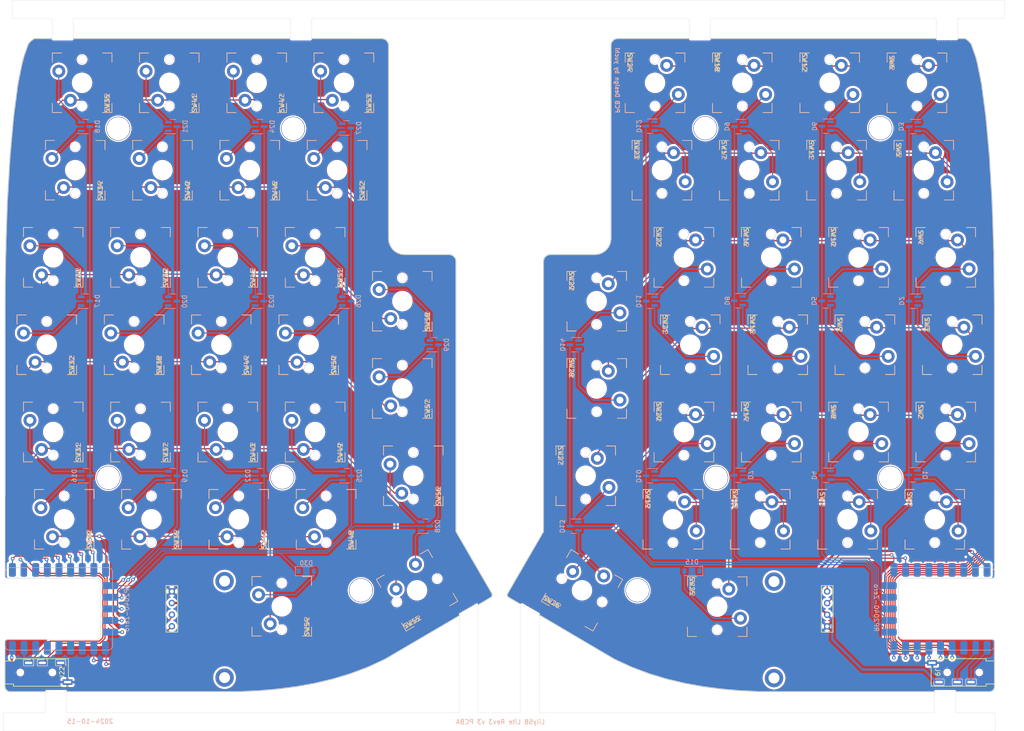
<source format=kicad_pcb>
(kicad_pcb (version 20240108) (generator "pcbnew") (generator_version "8.0")
  (layers (0 "F.Cu" signal) (31 "B.Cu" signal) (34 "B.Paste" user) (35 "F.Paste" user) (36 "B.SilkS" user "B.Silkscreen") (37 "F.SilkS" user "F.Silkscreen") (38 "B.Mask" user) (39 "F.Mask" user) (44 "Edge.Cuts" user))
  (net 0 "")
  (net 1 "ROW0_R")
  (net 2 "Net-(D1-A-Pad1)")
  (net 3 "Net-(D1-A-Pad2)")
  (net 4 "Net-(D2-A-Pad1)")
  (net 5 "Net-(D2-A-Pad2)")
  (net 6 "Net-(D3-A-Pad1)")
  (net 7 "ROW1_R")
  (net 8 "Net-(D4-A-Pad1)")
  (net 9 "Net-(D4-A-Pad2)")
  (net 10 "Net-(D5-A-Pad1)")
  (net 11 "Net-(D5-A-Pad2)")
  (net 12 "ROW2_R")
  (net 13 "Net-(D7-A-Pad1)")
  (net 14 "Net-(D7-A-Pad2)")
  (net 15 "Net-(D8-A-Pad1)")
  (net 16 "Net-(D8-A-Pad2)")
  (net 17 "Net-(D9-A-Pad1)")
  (net 18 "Net-(D9-A-Pad2)")
  (net 19 "ROW3_R")
  (net 20 "Net-(D10-A-Pad1)")
  (net 21 "Net-(D10-A-Pad2)")
  (net 22 "Net-(D11-A-Pad1)")
  (net 23 "Net-(D11-A-Pad2)")
  (net 24 "Net-(D12-A-Pad1)")
  (net 25 "Net-(D12-A-Pad2)")
  (net 26 "ROW4_R")
  (net 27 "Net-(D13-A-Pad1)")
  (net 28 "Net-(D13-A-Pad2)")
  (net 29 "Net-(D14-A-Pad1)")
  (net 30 "Net-(D14-A-Pad2)")
  (net 31 "ROW0_L")
  (net 32 "ROW1_L")
  (net 33 "ROW2_L")
  (net 34 "Net-(D15-A)")
  (net 35 "ROW3_L")
  (net 36 "ROW4_L")
  (net 37 "RX")
  (net 38 "TX")
  (net 39 "GND")
  (net 40 "VCCQ")
  (net 41 "COL5_R")
  (net 42 "COL4_R")
  (net 43 "COL3_R")
  (net 44 "COL2_R")
  (net 45 "COL1_R")
  (net 46 "COL0_R")
  (net 47 "COL0_L")
  (net 48 "COL1_L")
  (net 49 "COL2_L")
  (net 50 "COL3_L")
  (net 51 "COL4_L")
  (net 52 "COL5_L")
  (net 53 "LED_R")
  (net 54 "SDA_R")
  (net 55 "SCL_R")
  (net 56 "RESET_R")
  (net 60 "GNDA")
  (net 62 "VCC")
  (net 63 "SDA_L")
  (net 64 "SCL_L")
  (net 65 "RESET_L")
  (net 69 "TX_R")
  (net 70 "RX_R")
  (net 71 "Net-(D16-A-Pad1)")
  (net 72 "Net-(D16-A-Pad2)")
  (net 73 "Net-(D17-A-Pad1)")
  (net 74 "Net-(D17-A-Pad2)")
  (net 75 "Net-(D18-A-Pad1)")
  (net 76 "Net-(D18-A-Pad2)")
  (net 77 "Net-(D19-A-Pad1)")
  (net 78 "Net-(D19-A-Pad2)")
  (net 79 "Net-(D20-A-Pad1)")
  (net 80 "Net-(D20-A-Pad2)")
  (net 81 "Net-(D21-A-Pad1)")
  (net 82 "Net-(D21-A-Pad2)")
  (net 83 "Net-(D22-A-Pad1)")
  (net 84 "Net-(D22-A-Pad2)")
  (net 85 "Net-(D23-A-Pad1)")
  (net 86 "Net-(D23-A-Pad2)")
  (net 87 "Net-(D24-A-Pad1)")
  (net 88 "Net-(D24-A-Pad2)")
  (net 89 "Net-(D25-A-Pad1)")
  (net 90 "Net-(D25-A-Pad2)")
  (net 91 "Net-(D26-A-Pad1)")
  (net 92 "Net-(D26-A-Pad2)")
  (net 93 "Net-(D27-A-Pad1)")
  (net 94 "Net-(D27-A-Pad2)")
  (net 95 "Net-(D3-A-Pad2)")
  (net 96 "Net-(D28-A-Pad1)")
  (net 97 "Net-(D28-A-Pad2)")
  (net 98 "Net-(D29-A-Pad1)")
  (net 99 "Net-(D29-A-Pad2)")
  (net 100 "Net-(D30-A)")
  (net 101 "Net-(D6-A-Pad2)")
  (net 102 "Net-(D6-A-Pad1)")
  (net 103 "+3.3V")
  (net 104 "LED_L_LV")
  (footprint "yuchi:MX_HOLE_FB-SIlk" (layer "F.Cu") (at 172.4 145.15 90)
    (property "Reference" "SW49")
    (property "Value" "SW_Push")
  )
  (footprint "yuchi:MX_HOLE_FB-SIlk" (layer "F.Cu") (at 178.7 68.95 90)
    (property "Reference" "SW53")
    (property "Value" "SW_Push")
  )
  (footprint "yuchi:MX_HOLE_FB-SIlk" (layer "F.Cu") (at 177.2 88 90)
    (property "Reference" "SW52")
    (property "Value" "SW_Push")
  )
  (footprint "yuchi:HOLE_M2_TH_5mm" (layer "F.Cu") (at 165.25 155.05 90)
    (property "Reference" "J5" (hide yes))
    (property "Value" "HOLE" (hide yes))
  )
  (footprint "yuchi:MX_HOLE_FB-SIlk" (layer "F.Cu") (at 136.7 164.2 90)
    (property "Reference" "SW36")
    (property "Value" "SW_Push")
  )
  (footprint "yuchi:MX_HOLE_FB-SIlk" (layer "F.Cu") (at 310.05 107.05 -90)
    (property "Reference" "SW4")
    (property "Value" "SW_Push")
  )
  (footprint "yuchi:MX_HOLE_FB-SIlk" (layer "F.Cu") (at 134.3 107.05 90)
    (property "Reference" "SW39")
    (property "Value" "SW_Push")
  )
  (footprint "yuchi:MX_HOLE_FB-SIlk" (layer "F.Cu") (at 288.6 164.2 -90)
    (property "Reference" "SW7")
    (property "Value" "SW_Push")
  )
  (footprint "yuchi:HOLE_M2_TH_5mm" (layer "F.Cu") (at 257.55 78.85)
    (property "Reference" "J14" (hide yes))
    (property "Value" "HOLE" (hide yes))
  )
  (footprint "yuchi:MX_HOLE_FB-SIlk" (layer "F.Cu") (at 267.15 88 -90)
    (property "Reference" "SW17")
    (property "Value" "SW_Push")
  )
  (footprint "yuchi:MX_HOLE_FB-SIlk" (layer "F.Cu") (at 121.55 68.95 90)
    (property "Reference" "SW35")
    (property "Value" "SW_Push")
  )
  (footprint "yuchi:MX_HOLE_FB-SIlk" (layer "F.Cu") (at 303.75 68.95 -90)
    (property "Reference" "SW6")
    (property "Value" "SW_Push")
  )
  (footprint "yuchi_kbd:PJ-320" (layer "F.Cu") (at 312.85 197.625 -90)
    (property "Reference" "J9")
    (property "Value" "AudioJack4")
  )
  (footprint "yuchi:MX_HOLE_FB-SIlk" (layer "F.Cu") (at 231.45 154.7 -90)
    (property "Reference" "SW27")
    (property "Value" "SW_Push")
  )
  (footprint "yuchi:MX_HOLE_FB-SIlk" (layer "F.Cu") (at 248.1 88 -90)
    (property "Reference" "SW23")
    (property "Value" "SW_Push")
  )
  (footprint "yuchi:MX_HOLE_FB-SIlk" (layer "F.Cu") (at 134.3 145.15 90)
    (property "Reference" "SW37")
    (property "Value" "SW_Push")
  )
  (footprint "yuchi:HOLE_M2_TH_5mm" (layer "F.Cu") (at 129.45 78.95 90)
    (property "Reference" "J4" (hide yes))
    (property "Value" "HOLE" (hide yes))
  )
  (footprint "yuchi:MX_HOLE_FB-SIlk" (layer "F.Cu") (at 271.95 145.15 -90)
    (property "Reference" "SW14")
    (property "Value" "SW_Push")
  )
  (footprint "yuchi:MX_HOLE_FB-SIlk" (layer "F.Cu") (at 291 107.05 -90)
    (property "Reference" "SW10")
    (property "Value" "SW_Push")
  )
  (footprint "yuchi:MX_HOLE_FB-SIlk" (layer "F.Cu") (at 307.65 164.2 -90)
    (property "Reference" "SW1")
    (property "Value" "SW_Push")
  )
  (footprint "yuchi:MX_HOLE_FB-SIlk" (layer "F.Cu") (at 291 145.15 -90)
    (property "Reference" "SW8")
    (property "Value" "SW_Push")
  )
  (footprint "yuchi_kbd:breakaway04" (layer "F.Cu") (at 117.3 59.3)
    (property "Reference" "J8" (hide yes))
    (property "Value" "breakaway")
  )
  (footprint "yuchi:MX_HOLE_FB-SIlk" (layer "F.Cu") (at 115.25 145.15 90)
    (property "Reference" "SW31")
    (property "Value" "SW_Push")
  )
  (footprint "yuchi_kbd:breakaway04" (layer "F.Cu") (at 169.3 59.3)
    (property "Reference" "J17" (hide yes))
    (property "Value" "breakaway")
  )
  (footprint "yuchi:MX_HOLE_FB-SIlk" (layer "F.Cu") (at 191.45 135.65 90)
    (property "Reference" "SW57")
    (property "Value" "SW_Push")
  )
  (footprint "yuchi:MX_HOLE_FB-SIlk" (layer "F.Cu") (at 174.8 164.2 90)
    (property "Reference" "SW48")
    (property "Value" "SW_Push")
  )
  (footprint "yuchi:HOLE_M2_TH_5mm" (layer "F.Cu") (at 297.95 155.15)
    (property "Reference" "J12" (hide yes))
    (property "Value" "HOLE" (hide yes))
  )
  (footprint "yuchi:MX_HOLE_FB-SIlk" (layer "F.Cu") (at 265.65 68.95 -90)
    (property "Reference" "SW18")
    (property "Value" "SW_Push")
  )
  (footprint "yuchi:MX_HOLE_FB-SIlk" (layer "F.Cu") (at 273.35 126.1 -90)
    (property "Reference" "SW15")
    (property "Value" "SW_Push")
  )
  (footprint "yuchi:MX_HOLE_FB-SIlk" (layer "F.Cu") (at 269.55 164.2 -90)
    (property "Reference" "SW13")
    (property "Value" "SW_Push")
  )
  (footprint "yuchi:MX_HOLE_FB-SIlk" (layer "F.Cu") (at 159.65 68.95 90)
    (property "Reference" "SW47")
    (property "Value" "SW_Push")
  )
  (footprint "yuchi:HOLE_M2_TH_5mm" (layer "F.Cu") (at 295.75 78.85)
    (property "Reference" "J13" (hide yes))
    (property "Value" "HOLE" (hide yes))
  )
  (footprint "yuchi:MX_HOLE_FB-SIlk" (layer "F.Cu") (at 305.25 88 -90)
    (property "Reference" "SW5")
    (property "Value" "SW_Push")
  )
  (footprint "yuchi:MX_HOLE_FB-SIlk" (layer "F.Cu") (at 158.15 88 90)
    (property "Reference" "SW46")
    (property "Value" "SW_Push")
  )
  (footprint "yuchi:MX_HOLE_FB-SIlk" (layer "F.Cu") (at 250.5 164.2 -90)
    (property "Reference" "SW19")
    (property "Value" "SW_Push")
  )
  (footprint "yuchi:lily58_logo_2" (layer "F.Cu") (at 277.4 188.22 -90)
    (property "Reference" "L01" (hide yes))
    (property "Value" "LOGO" (hide yes))
  )
  (footprint "yuchi:MX_HOLE_FB-SIlk" (layer "F.Cu") (at 117.65 164.2 90)
    (property "Reference" "SW30")
    (property "Value" "SW_Push")
  )
  (footprint "yuchi:MX_HOLE_FB-SIlk" (layer "F.Cu") (at 246.59 68.95 -90)
    (property "Reference" "SW24")
    (property "Value" "SW_Push")
  )
  (footprint "yuchi:MX_HOLE_FB-SIlk" (layer "F.Cu") (at 120.05 88 90)
    (property "Reference" "SW34")
    (property "Value" "SW_Push")
  )
  (footprint "yuchi:MX_HOLE_FB-SIlk" (layer "F.Cu") (at 252.9 107.05 -90)
    (property "Reference" "SW22")
    (property "Value" "SW_Push")
  )
  (footprint "yuchi:MX_HOLE_FB-SIlk" (layer "F.Cu") (at 165.15 183.2 90)
    (property "Reference" "SW54")
    (property "Value" "SW_Push")
  )
  (footprint "yuchi:HOLE_M2_TH_5mm" (layer "F.Cu") (at 127.3 155.15 90)
    (property "Reference" "J3" (hide yes))
    (property "Value" "HOLE" (hide yes))
  )
  (footprint "yuchi:HOLE_M2_TH_5mm" (layer "F.Cu") (at 259.95 155.15)
    (property "Reference" "J15" (hide yes))
    (property "Value" "HOLE" (hide yes))
  )
  (footprint "yuchi_kbd:breakaway04" (layer "F.Cu") (at 115.9 201.85)
    (property "Reference" "J20" (hide yes))
    (property "Value" "breakaway")
  )
  (footprint "yuchi:MX_HOLE_FB-SIlk" (layer "F.Cu") (at 233.85 135.65 -90)
    (property "Reference" "SW28")
    (property "Value" "SW_Push")
  )
  (footprint "yuchi_kbd:breakaway04" (layer "F.Cu") (at 310.3 59.25)
    (property "Reference" "J19" (hide yes))
    (property "Value" "breakaway")
  )
  (footprint "yuchi:M2_HOLE_PCB" (layer "F.Cu") (at 272.55 177.79 -90)
    (property "Reference" "J10" (hide yes))
    (property "Value" "M2HOLE")
  )
  (footprint "yuchi:MX_HOLE_FB-SIlk" (layer "F.Cu") (at 292.4 126.1 -90)
    (property "Reference" "SW9")
    (property "Value" "SW_Push")
  )
  (footprint "yuchi:MX_HOLE_FB-SIlk" (layer "F.Cu") (at 233.85 116.6 -90)
    (property "Reference" "SW29")
    (property "Value" "SW_Push")
  )
  (footprint "yuchi:MX_HOLE_FB-SIlk" (layer "F.Cu") (at 153.35 107.05 90)
    (property "Reference" "SW45")
    (property "Value" "SW_Push")
  )
  (footprint "yuchi:MX_HOLE_FB-SIlk" (layer "F.Cu") (at 230.65 179.7 -30)
    (property "Reference" "SW26")
    (property "Value" "SW_Push")
  )
  (footprint "yuchi:MX_HOLE_FB-SIlk" (layer "F.Cu") (at 151.95 126.1 90)
    (property "Reference" "SW44")
    (property "Value" "SW_Push")
  )
  (footprint "yuchi:MX_HOLE_FB-SIlk" (layer "F.Cu") (at 284.7 68.95 -90)
    (property "Reference" "SW12")
    (property "Value" "SW_Push")
  )
  (footprint "yuchi:MX_HOLE_FB-SIlk" (layer "F.Cu") (at 193.85 154.7 90)
    (property "Reference" "SW56")
    (property "Value" "SW_Push")
  )
  (footprint "yuchi_kbd:breakaway04" (layer "F.Cu") (at 309.9 201.85 180)
    (property "Reference" "J26" (hide yes))
    (property "Value" "breakaway")
  )
  (footprint "yuchi_kbd:RP2040-Zero_bottom" (layer "F.Cu") (at 308.95 183.75 -90)
    (property "Reference" "U1" (hide yes))
    (property "Value" "~" (hide yes))
  )
  (footprint "yuchi:MX_HOLE_FB-SIlk" (layer "F.Cu") (at 311.45 126.1 -90)
    (property "Reference" "SW3")
    (property "Value" "SW_Push")
  )
  (footprint "yuchi_kbd:PJ-320" (layer "F.Cu") (at 112.575 197.625 90)
    (property "Reference" "J22")
    (property "Value" "AudioJack4")
  )
  (footprint "yuchi:MX_HOLE_FB-SIlk" (layer "F.Cu") (at 260.15 183.25 -90)
    (property "Reference" "SW25")
    (property "Value" "SW_Push")
  )
  (footprint "yuchi:M2_HOLE_PCB" (layer "F.Cu") (at 152.65 198.75 90)
    (property "Reference" "J1" (hide yes))
    (property "Value" "M2HOLE")
  )
  (footprint "yuchi_kbd:breakaway04" (layer "F.Cu") (at 205.95 184 -150)
    (property "Reference" "J21" (hide yes))
    (property "Value" "breakaway")
  )
  (footprint "yuchi:MX_HOLE_FB-SIlk" (layer "F.Cu") (at 252.9 145.15 -90)
    (property "Reference" "SW20")
    (property "Value" "SW_Push")
  )
  (footprint "yuchi:MX_HOLE_FB-SIlk" (layer "F.Cu") (at 171 126.1 90)
    (property "Reference" "SW50")
    (property "Value" "SW_Push")
  )
  (footprint "yuchi:MX_HOLE_FB-SIlk" (layer "F.Cu") (at 153.35 145.15 90)
    (property "Reference" "SW43")
    (property "Value" "SW_Push")
  )
  (footprint "yuchi:lily58_logo_2" (layer "F.Cu") (at 148 188.22 90)
    (property "Reference" "L02" (hide yes))
    (property "Value" "LOGO" (hide yes))
  )
  (footprint "yuchi:MX_HOLE_FB-SIlk" (layer "F.Cu") (at 140.6 68.95 90)
    (property "Reference" "SW41")
    (property "Value" "SW_Push")
  )
  (footprint "yuchi_kbd:RP2040-Zero_bottom" (layer "F.Cu") (at 116.45 183.75 90)
    (property "Reference" "U2" (hide yes))
    (property "Value" "~")
  )
  (footprint "yuchi:MX_HOLE_FB-SIlk" (layer "F.Cu") (at 155.75 164.2 90)
    (property "Reference" "SW42")
    (property "Value" "SW_Push")
  )
  (footprint "yuchi:HOLE_M2_TH_5mm" (layer "F.Cu") (at 167.6 78.95 90)
    (property "Reference" "J6" (hide yes))
    (property "Value" "HOLE" (hide yes))
  )
  (footprint "yuchi:MX_HOLE_FB-SIlk" (layer "F.Cu") (at 139.1 88 90)
    (property "Reference" "SW40")
    (property "Value" "SW_Push")
  )
  (footprint "yuchi:MX_HOLE_FB-SIlk" (layer "F.Cu") (at 115.25 107.05 90)
    (property "Reference" "SW33")
    (property "Value" "SW_Push")
  )
  (footprint "yuchi:M2_HOLE_PCB" (layer "F.Cu") (at 272.55 198.85 -90)
    (property "Reference" "J11" (hide yes))
    (property "Value" "M2HOLE")
  )
  (footprint "yuchi:MX_HOLE_FB-SIlk" (layer "F.Cu") (at 254.3 126.1 -90)
    (property "Reference" "SW21")
    (property "Value" "SW_Push")
  )
  (footprint "yuchi:MX_HOLE_FB-SIlk" (layer "F.Cu") (at 271.95 107.05 -90)
    (property "Reference" "SW16")
    (property "Value" "SW_Push")
  )
  (footprint "yuchi:M2_HOLE_PCB" (layer "F.Cu") (at 152.65 177.69 90)
    (property "Reference" "J2" (hide yes))
    (property "Value" "M2HOLE")
  )
  (footprint "yuchi:MX_HOLE_FB-SIlk" (layer "F.Cu") (at 172.4 107.05 90)
    (property "Reference" "SW51")
    (property "Value" "SW_Push")
  )
  (footprint "yuchi:MX_HOLE_FB-SIlk" (layer "F.Cu") (at 113.85 126.1 90)
    (property "Reference" "SW32")
    (property "Value" "SW_Push")
  )
  (footprint "yuchi:MX_HOLE_FB-SIlk" (layer "F.Cu") (at 132.9 126.1 90)
    (property "Reference" "SW38")
    (property "Value" "SW_Push")
  )
  (footprint "yuchi:MX_HOLE_FB-SIlk" (layer "F.Cu") (at 286.2 88 -90)
    (property "Reference" "SW11")
    (property "Value" "SW_Push")
  )
  (footprint "yuchi:MX_HOLE_FB-SIlk" (layer "F.Cu") (at 191.45 116.6 90)
    (property "Reference" "SW58")
    (property "Value" "SW_Push")
  )
  (footprint "yuchi:MX_HOLE_FB-SIlk" (layer "F.Cu") (at 194.65 179.7 30)
    (property "Reference" "SW55")
    (property "Value" "SW_Push")
  )
  (footprint "yuchi:HOLE_M2_TH_5mm" (layer "F.Cu") (at 182.4 179.7)
    (property "Reference" "J24" (hide yes))
    (property "Value" "HOLE" (hide yes))
  )
  (footprint "yuchi:MX_HOLE_FB-SIlk" (layer "F.Cu") (at 310.05 145.15 -90)
    (property "Reference" "SW2")
    (property "Value" "SW_Push")
  )
  (footprint "yuchi_kbd:breakaway04" (layer "F.Cu") (at 256.4 59.3)
    (property "Reference" "J18" (hide yes))
    (property "Value" "breakaway")
  )
  (footprint "Package_TO_SOT_SMD:SOT-23" (layer "B.Cu") (at 160.35 78.5)
    (property "Reference" "D24")
    (property "Value" "BAV70")
  )
  (footprint "Package_TO_SOT_SMD:SOT-23" (layer "B.Cu") (at 264.8 116.5 180)
    (property "Reference" "D8")
    (property "Value" "BAV70")
  )
  (footprint "Package_TO_SOT_SMD:SOT-23" (layer "B.Cu") (at 228.95 126.1 180)
    (property "Reference" "D14")
    (property "Value" "BAV70")
  )
  (footprint "Package_TO_SOT_SMD:SOT-23" (layer "B.Cu") (at 160.3 116.6)
    (property "Reference" "D23")
    (property "Value" "BAV70")
  )
  (footprint "Package_TO_SOT_SMD:SOT-23" (layer "B.Cu") (at 179.3 116.6)
    (property "Reference" "D26")
    (property "Value" "BAV70")
  )
  (footprint "Package_TO_SOT_SMD:SOT-23" (layer "B.Cu") (at 283.95 78.4 180)
    (property "Reference" "D6")
    (property "Value" "BAV70")
  )
  (footprint "Package_TO_SOT_SMD:SOT-23" (layer "B.Cu") (at 245.55 154.7 180)
    (property "Reference" "D10")
    (property "Value" "BAV70")
  )
  (footprint "yuchi:HOLE_M2_TH_5mm" (layer "B.Cu") (at 242.77 179.7 180)
    (property "Reference" "J23" (hide yes))
    (property "Value" "HOLE" (hide yes))
  )
  (footprint "Package_TO_SOT_SMD:SOT-23" (layer "B.Cu") (at 141.3 116.6)
    (property "Reference" "D20")
    (property "Value" "BAV70")
  )
  (footprint "Package_TO_SOT_SMD:SOT-23" (layer "B.Cu") (at 196.5 165.7)
    (property "Reference" "D28")
    (property "Value" "BAV70")
  )
  (footprint "yuchi:OLED_4Pin" (layer "B.Cu") (at 284.15 183.75 -90)
    (property "Reference" "J7" (hide yes))
    (property "Value" "OLED_L" (hide yes))
  )
  (footprint "Package_TO_SOT_SMD:SOT-23" (layer "B.Cu") (at 141.35 154.7)
    (property "Reference" "D19")
    (property "Value" "BAV70")
  )
  (footprint "Diode_SMD:D_SOD-123" (layer "B.Cu") (at 254.65 175.5 180)
    (property "Reference" "D15")
    (property "Value" "D")
  )
  (footprint "Package_TO_SOT_SMD:SOT-23" (layer "B.Cu") (at 245.55 78.4 180)
    (property "Reference" "D12")
    (property "Value" "BAV70")
  )
  (footprint "Package_TO_SOT_SMD:SOT-23" (layer "B.Cu") (at 122.35 154.7)
    (property "Reference" "D16")
    (property "Value" "BAV70")
  )
  (footprint "Package_TO_SOT_SMD:SOT-23" (layer "B.Cu") (at 179.35 154.7)
    (property "Reference" "D25")
    (property "Value" "BAV70")
  )
  (footprint "Package_TO_SOT_SMD:SOT-23" (layer "B.Cu") (at 160.35 154.7)
    (property "Reference" "D22")
    (property "Value" "BAV70")
  )
  (footprint "Package_TO_SOT_SMD:SOT-23" (layer "B.Cu") (at 283.9 116.55 180)
    (property "Reference" "D5")
    (property "Value" "BAV70")
  )
  (footprint "Package_TO_SOT_SMD:SOT-23" (layer "B.Cu") (at 264.85 78.5 180)
    (property "Reference" "D9")
    (property "Value" "BAV70")
  )
  (footprint "Package_TO_SOT_SMD:SOT-23" (layer "B.Cu") (at 302.9 154.5 180)
    (property "Reference" "D1")
    (property "Value" "BAV70")
  )
  (footprint "Package_TO_SOT_SMD:SOT-23" (layer "B.Cu") (at 264.8 154.6 180)
    (property "Reference" "D7")
    (property "Value" "BAV70")
  )
  (footprint "Package_TO_SOT_SMD:SOT-23" (layer "B.Cu") (at 198.4 126.1)
    (property "Reference" "D29")
    (property "Value" "BAV70")
  )
  (footprint "Package_TO_SOT_SMD:SOT-23" (layer "B.Cu") (at 302.95 116.6 180)
    (property "Reference" "D2")
    (property "Value" "BAV70")
  )
  (footprint "yuchi_kbd:breakaway04" (layer "B.Cu") (at 219.3 183.95 150)
    (property "Reference" "J25" (hide yes))
    (property "Value" "breakaway")
  )
  (footprint "Package_TO_SOT_SMD:SOT-23" (layer "B.Cu") (at 122.3 78.5)
    (property "Reference" "D18")
    (property "Value" "BAV70")
  )
  (footprint "Package_TO_SOT_SMD:SOT-23" (layer "B.Cu") (at 302.95 78.5 180)
    (property "Reference" "D3")
    (property "Value" "BAV70")
  )
  (footprint "Package_TO_SOT_SMD:SOT-23" (layer "B.Cu") (at 283.95 154.6 180)
    (property "Reference" "D4")
    (property "Value" "BAV70")
  )
  (footprint "Package_TO_SOT_SMD:SOT-23" (layer "B.Cu") (at 228.9 165.7 180)
    (property "Reference" "D13")
    (property "Value" "BAV70")
  )
  (footprint "Diode_SMD:D_SOD-123" (layer "B.Cu") (at 170.48 175.525)
    (property "Reference" "D30")
    (property "Value" "D")
  )
  (footprint "yuchi:OLED_4Pin" (layer "B.Cu") (at 141.15 183.75 90)
    (property "Reference" "J16" (hide yes))
    (property "Value" "OLED_R" (hide yes))
  )
  (footprint "Package_TO_SOT_SMD:SOT-23" (layer "B.Cu") (at 245.55 116.6 180)
    (property "Reference" "D11")
    (property "Value" "BAV70")
  )
  (footprint "Package_TO_SOT_SMD:SOT-23" (layer "B.Cu") (at 141.35 78.5)
    (property "Reference" "D21")
    (property "Value" "BAV70")
  )
  (footprint "Package_TO_SOT_SMD:SOT-23" (layer "B.Cu") (at 122.3 116.6)
    (property "Reference" "D17")
    (property "Value" "BAV70")
  )
  (footprint "Package_TO_SOT_SMD:SOT-23" (layer "B.Cu") (at 179.25 78.8)
    (property "Reference" "D27")
    (property "Value" "BAV70")
  )
  (gr_line (start 214.478244 180.293242) (end 222.239355 166.887687) (stroke (width 0.2)) (layer "Edge.Cuts"))
  (gr_line (start 234.166089 106.359609) (end 234.823287 106.155826) (stroke (width 0.2)) (layer "Edge.Cuts"))
  (gr_line (start 211.036445 180.90753) (end 211.063974 180.768748) (stroke (width 0.2)) (layer "Edge.Cuts"))
  (gr_line (start 104.736762 117.499119) (end 104.736762 127.906953) (stroke (width 0.2)) (layer "Edge.Cuts"))
  (gr_line (start 211.063974 180.768748) (end 211.054468 180.619794) (stroke (width 0.2)) (layer "Edge.Cuts"))
  (gr_line (start 320.663238 190.95) (end 320.663238 200.76179) (stroke (width 0.2)) (layer "Edge.Cuts"))
  (gr_line (start 214.427468 181.035672) (end 214.363555 180.90753) (stroke (width 0.2)) (layer "Edge.Cuts"))
  (gr_line (start 312.65 54.91) (end 312.65 59.29) (stroke (width 0.05)) (layer "Edge.Cuts"))
  (gr_arc (start 320.663238 176.55) (mid 320.516794 176.903567) (end 320.163238 177.05) (stroke (width 0.1)) (layer "Edge.Cuts"))
  (gr_line (start 320.85 210.4) (end 104.35 210.4) (stroke (width 0.05)) (layer "Edge.Cuts"))
  (gr_line (start 223.15419 106.548435) (end 222.899381 106.686651) (stroke (width 0.2)) (layer "Edge.Cuts"))
  (gr_line (start 222.356124 107.3465) (end 222.268789 107.628156) (stroke (width 0.2)) (layer "Edge.Cuts"))
  (gr_line (start 104.73 190.953553) (end 104.733524 200.76179) (stroke (width 0.1)) (layer "Edge.Cuts"))
  (gr_line (start 187.63954 194.756667) (end 203.95 185.2) (stroke (width 0.2)) (layer "Edge.Cuts"))
  (gr_line (start 106.595561 76.329242) (end 105.820488 84.942346) (stroke (width 0.2)) (layer "Edge.Cuts"))
  (gr_line (start 188.409288 60.487505) (end 188.439735 60.790001) (stroke (width 0.2)) (layer "Edge.Cuts"))
  (gr_line (start 203.95 185.2) (end 203.95 206.4) (stroke (width 0.05)) (layer "Edge.Cuts"))
  (gr_line (start 238.460265 59.290001) (end 238.157769 59.320448) (stroke (width 0.2)) (layer "Edge.Cuts"))
  (gr_line (start 223.738342 106.430652) (end 223.435846 106.461099) (stroke (width 0.2)) (layer "Edge.Cuts"))
  (gr_line (start 105.235374 94.830462) (end 104.865654 105.760437) (stroke (width 0.2)) (layer "Edge.Cuts"))
  (gr_line (start 320.355877 201.50443) (end 320.484039 201.349063) (stroke (width 0.2)) (layer "Edge.Cuts"))
  (gr_line (start 258.65 54.9) (end 258.65 59.29) (stroke (width 0.05)) (layer "Edge.Cuts"))
  (gr_line (start 320.663238 169.538289) (end 320.663238 176.55) (stroke (width 0.2)) (layer "Edge.Cuts"))
  (gr_line (start 265.132439 201.61431) (end 261.092337 201.259703) (stroke (width 0.2)) (layer "Edge.Cuts"))
  (gr_line (start 172.345246 200.002917) (end 176.299127 199.061996) (stroke (width 0.2)) (layer "Edge.Cuts"))
  (gr_line (start 295.35 59.29) (end 285.868377 59.29) (stroke (width 0.2)) (layer "Edge.Cuts"))
  (gr_line (start 105.820488 84.942346) (end 105.235374 94.830462) (stroke (width 0.2)) (layer "Edge.Cuts"))
  (gr_line (start 210.872884 181.152705) (end 210.972532 181.035672) (stroke (width 0.2)) (layer "Edge.Cuts"))
  (gr_line (start 222.49434 107.091692) (end 222.356124 107.3465) (stroke (width 0.2)) (layer "Edge.Cuts"))
  (gr_line (start 320.663238 159.130455) (end 320.663238 169.538289) (stroke (width 0.2)) (layer "Edge.Cuts"))
  (gr_line (start 171.65 54.91) (end 171.65 59.29) (stroke (width 0.05)) (layer "Edge.Cuts"))
  (gr_line (start 188.510778 103.636476) (end 188.439735 102.930652) (stroke (width 0.2)) (layer "Edge.Cuts"))
  (gr_line (start 222.677429 106.869739) (end 222.49434 107.091692) (stroke (width 0.2)) (layer "Edge.Cuts"))
  (gr_line (start 318.804439 76.329242) (end 319.579512 84.942346) (stroke (width 0.2)) (layer "Edge.Cuts"))
  (gr_line (start 171.65 59.29) (end 186.939735 59.29) (stroke (width 0.2)) (layer "Edge.Cuts"))
  (gr_line (start 236.990712 60.487505) (end 236.960265 60.790001) (stroke (width 0.2)) (layer "Edge.Cuts"))
  (gr_line (start 110.35 59.85) (end 111.086755 59.29) (stroke (width 0.2)) (layer "Edge.Cuts"))
  (gr_line (start 104.35 206.4) (end 113.55 206.4) (stroke (width 0.05)) (layer "Edge.Cuts"))
  (gr_line (start 269.157683 201.812223) (end 265.132439 201.61431) (stroke (width 0.2)) (layer "Edge.Cuts"))
  (gr_line (start 320.641925 200.973538) (end 320.663238 200.76179) (stroke (width 0.2)) (layer "Edge.Cuts"))
  (gr_line (start 191.939735 106.430652) (end 201.661658 106.430652) (stroke (width 0.15)) (layer "Edge.Cuts"))
  (gr_line (start 105.575015 201.790477) (end 105.377855 201.729343) (stroke (width 0.2)) (layer "Edge.Cuts"))
  (gr_line (start 124.656762 190.45) (end 105.233553 190.45) (stroke (width 0.1)) (layer "Edge.Cuts"))
  (gr_line (start 211.054468 180.619794) (end 211.007278 180.461136) (stroke (width 0.2)) (layer "Edge.Cuts"))
  (gr_line (start 203.131211 107.628156) (end 203.161658 107.930652) (stroke (width 0.2)) (layer "Edge.Cuts"))
  (gr_line (start 202.722571 106.869739) (end 202.90566 107.091692) (stroke (width 0.2)) (layer "Edge.Cuts"))
  (gr_line (start 106.55 54.9) (end 106.35 54.9) (stroke (width 0.05)) (layer "Edge.Cuts"))
  (gr_line (start 222.239355 166.887687) (end 222.238342 107.930652) (stroke (width 0.2)) (layer "Edge.Cuts"))
  (gr_line (start 249.100873 199.061996) (end 245.21933 197.886895) (stroke (width 0.2)) (layer "Edge.Cuts"))
  (gr_line (start 320.534346 105.760437) (end 320.663238 117.499119) (stroke (width 0.2)) (layer "Edge.Cuts"))
  (gr_line (start 119.65 54.9) (end 119.65 59.29) (stroke (width 0.05)) (layer "Edge.Cuts"))
  (gr_line (start 237.876113 59.407783) (end 237.621304 59.545999) (stroke (width 0.2)) (layer "Edge.Cuts"))
  (gr_line (start 167.05 54.9) (end 119.65 54.9) (stroke (width 0.05)) (layer "Edge.Cuts"))
  (gr_line (start 164.307663 201.259703) (end 168.340825 200.729028) (stroke (width 0.2)) (layer "Edge.Cuts"))
  (gr_line (start 245.21933 197.886895) (end 241.431927 196.458242) (stroke (width 0.2)) (layer "Edge.Cuts"))
  (gr_line (start 319.824985 201.790477) (end 320.022145 201.729343) (stroke (width 0.2)) (layer "Edge.Cuts"))
  (gr_line (start 210.73815 181.258163) (end 210.872884 181.152705) (stroke (width 0.2)) (layer "Edge.Cuts"))
  (gr_line (start 149.935296 201.812472) (end 118.15 201.812472) (stroke (width 0.2)) (layer "Edge.Cuts"))
  (gr_line (start 320.65 206.4) (end 320.85 206.4) (stroke (width 0.05)) (layer "Edge.Cuts"))
  (gr_arc (start 104.73 190.953553) (mid 104.877501 190.597501) (end 105.233553 190.45) (stroke (width 0.1)) (layer "Edge.Cuts"))
  (gr_line (start 222.899381 106.686651) (end 222.677429 106.869739) (stroke (width 0.2)) (layer "Edge.Cuts"))
  (gr_line (start 104.35 210.4) (end 104.35 206.4) (stroke (width 0.05)) (layer "Edge.Cuts"))
  (gr_line (start 108.613847 63.860681) (end 107.535159 69.224303) (stroke (width 0.2)) (layer "Edge.Cuts"))
  (gr_line (start 104.736762 159.130455) (end 104.733524 176.55) (stroke (width 0.15)) (layer "Edge.Cuts"))
  (gr_line (start 257.059175 200.729028) (end 253.054754 200.002917) (stroke (width 0.2)) (layer "Edge.Cuts"))
  (gr_line (start 168.340825 200.729028) (end 172.345246 200.002917) (stroke (width 0.2)) (layer "Edge.Cuts"))
  (gr_line (start 188.183736 59.95104) (end 188.321952 60.205848) (stroke (width 0.2)) (layer "Edge.Cuts"))
  (gr_line (start 210.972532 181.035672) (end 211.036445 180.90753) (stroke (width 0.2)) (layer "Edge.Cuts"))
  (gr_line (start 236.685439 104.293674) (end 236.889222 103.636476) (stroke (width 0.2)) (layer "Edge.Cuts"))
  (gr_arc (start 124.66 177.05) (mid 125.367107 177.342893) (end 125.66 178.05) (stroke (width 0.1)) (layer "Edge.Cuts"))
  (gr_line (start 115.05 59.3) (end 115.05 54.91) (stroke (width 0.05)) (layer "Edge.Cuts"))
  (gr_line (start 111.086755 59.29) (end 115.05 59.3) (stroke (width 0.2)) (layer "Edge.Cuts"))
  (gr_arc (start 300.74 190.45) (mid 300.032893 190.157107) (end 299.74 189.45) (stroke (width 0.1)) (layer "Edge.Cuts"))
  (gr_line (start 203.160645 166.887687) (end 203.161658 107.930652) (stroke (width 0.2)) (layer "Edge.Cuts"))
  (gr_line (start 235.41784 105.833322) (end 235.935729 105.406116) (stroke (width 0.2)) (layer "Edge.Cuts"))
  (gr_line (start 236.889222 103.636476) (end 236.960265 102.930652) (stroke (width 0.2)) (layer "Edge.Cuts"))
  (gr_line (start 320.85 206.4) (end 320.85 210.4) (stroke (width 0.05)) (layer "Edge.Cuts"))
  (gr_line (start 233.460265 106.430652) (end 234.166089 106.359609) (stroke (width 0.2)) (layer "Edge.Cuts"))
  (gr_line (start 202.90566 107.091692) (end 203.043876 107.3465) (stroke (width 0.2)) (layer "Edge.Cuts"))
  (gr_line (start 320.663238 127.906953) (end 320.663238 138.314787) (stroke (width 0.2)) (layer "Edge.Cuts"))
  (gr_line (start 307.55 206.4) (end 307.55 201.812472) (stroke (width 0.05)) (layer "Edge.Cuts"))
  (gr_line (start 276.386755 59.29) (end 258.65 59.29) (stroke (width 0.2)) (layer "Edge.Cuts"))
  (gr_line (start 183.968073 196.458242) (end 187.63954 194.756667) (stroke (width 0.2)) (layer "Edge.Cuts"))
  (gr_line (start 312.25 206.4) (end 320.65 206.4) (stroke (width 0.05)) (layer "Edge.Cuts"))
  (gr_line (start 238.157769 59.320448) (end 237.876113 59.407783) (stroke (width 0.2)) (layer "Edge.Cuts"))
  (gr_line (start 214.527116 181.152705) (end 214.427468 181.035672) (stroke (width 0.2)) (layer "Edge.Cuts"))
  (gr_line (start 188.000648 59.729088) (end 188.183736 59.95104) (stroke (width 0.2)) (layer "Edge.Cuts"))
  (gr_line (start 307.95 59.29) (end 307.95 54.9) (stroke (width 0.05)) (layer "Edge.Cuts"))
  (gr_line (start 253.054754 200.002917) (end 249.100873 199.061996) (stroke (width 0.2)) (layer "Edge.Cuts"))
  (gr_line (start 104.865654 105.760437) (end 104.736762 117.499119) (stroke (width 0.2)) (layer "Edge.Cuts"))
  (gr_line (start 322.85 54.9) (end 312.65 54.91) (stroke (width 0.05)) (layer "Edge.Cuts"))
  (gr_line (start 320.163238 190.45) (end 300.74 190.45) (stroke (width 0.1)) (layer "Edge.Cuts"))
  (gr_line (start 254.05 59.29) (end 254.05 54.9) (stroke (width 0.05)) (layer "Edge.Cuts"))
  (gr_line (start 156.242229 201.812472) (end 149.935296 201.812472) (stroke (width 0.2)) (layer "Edge.Cuts"))
  (gr_line (start 125.656762 189.45) (end 125.66 178.05) (stroke (width 0.1)) (layer "Edge.Cuts"))
  (gr_line (start 106.35 50.9) (end 322.85 50.9) (stroke (width 0.05)) (layer "Edge.Cuts"))
  (gr_line (start 149.013245 59.29) (end 167.05 59.29) (stroke (width 0.2)) (layer "Edge.Cuts"))
  (gr_line (start 314.313245 59.29) (end 312.65 59.29) (stroke (width 0.2)) (layer "Edge.Cuts"))
  (gr_line (start 300.736762 177.05) (end 320.163238 177.05) (stroke (width 0.1)) (layer "Edge.Cuts"))
  (gr_line (start 320.58079 201.170697) (end 320.641925 200.973538) (stroke (width 0.2)) (layer "Edge.Cuts"))
  (gr_line (start 202.500619 106.686651) (end 202.722571 106.869739) (stroke (width 0.2)) (layer "Edge.Cuts"))
  (gr_line (start 320.663238 148.722621) (end 320.663238 159.130455) (stroke (width 0.2)) (layer "Edge.Cuts"))
  (gr_line (start 187.242231 59.320448) (end 187.523887 59.407783) (stroke (width 0.2)) (layer "Edge.Cuts"))
  (gr_line (start 312.25 201.812472) (end 312.25 206.4) (stroke (width 0.05)) (layer "Edge.Cuts"))
  (gr_line (start 118.15 201.812472) (end 118.15 206.4) (stroke (width 0.05)) (layer "Edge.Cuts"))
  (gr_line (start 115.05 54.91) (end 106.55 54.9) (stroke (width 0.05)) (layer "Edge.Cuts"))
  (gr_line (start 237.078048 60.205848) (end 236.990712 60.487505) (stroke (width 0.2)) (layer "Edge.Cuts"))
  (gr_line (start 320.200511 201.632591) (end 320.355877 201.50443) (stroke (width 0.2)) (layer "Edge.Cuts"))
  (gr_line (start 207.95 182.9) (end 207.95 206.4) (stroke (width 0.05)) (layer "Edge.Cuts"))
  (gr_line (start 269.157771 201.812472) (end 275.464704 201.812472) (stroke (width 0.2)) (layer "Edge.Cuts"))
  (gr_line (start 307.95 59.29) (end 295.35 59.29) (stroke (width 0.2)) (layer "Edge.Cuts"))
  (gr_line (start 105.233524 177.05) (end 124.66 177.05) (stroke (width 0.1)) (layer "Edge.Cuts"))
  (gr_line (start 189.98216 105.833322) (end 189.464271 105.406116) (stroke (width 0.2)) (layer "Edge.Cuts"))
  (gr_arc (start 299.736762 178.05) (mid 300.029653 177.34288) (end 300.736762 177.05) (stroke (width 0.1)) (layer "Edge.Cuts"))
  (gr_line (start 105.786762 201.81179) (end 105.575015 201.790477) (stroke (width 0.2)) (layer "Edge.Cuts"))
  (gr_line (start 187.523887 59.407783) (end 187.778696 59.545999) (stroke (width 0.2)) (layer "Edge.Cuts"))
  (gr_line (start 189.464271 105.406116) (end 189.037065 104.888227) (stroke (width 0.2)) (layer "Edge.Cuts"))
  (gr_line (start 254.05 59.29) (end 238.460265 59.29) (stroke (width 0.2)) (layer "Edge.Cuts"))
  (gr_line (start 320.022145 201.729343) (end 320.200511 201.632591) (stroke (width 0.2)) (layer "Edge.Cuts"))
  (gr_line (start 171.65 54.91) (end 254.05 54.9) (stroke (width 0.05)) (layer "Edge.Cuts"))
  (gr_line (start 214.345532 180.619794) (end 214.392722 180.461136) (stroke (width 0.2)) (layer "Edge.Cuts"))
  (gr_line (start 320.484039 201.349063) (end 320.58079 201.170697) (stroke (width 0.2)) (layer "Edge.Cuts"))
  (gr_line (start 217.15 182.7) (end 214.831021 181.351575) (stroke (width 0.2)) (layer "Edge.Cuts"))
  (gr_line (start 189.037065 104.888227) (end 188.714561 104.293674) (stroke (width 0.2)) (layer "Edge.Cuts"))
  (gr_line (start 319.579512 84.942346) (end 320.164626 94.830462) (stroke (width 0.2)) (layer "Edge.Cuts"))
  (gr_line (start 104.736762 148.722621) (end 104.736762 159.130455) (stroke (width 0.2)) (layer "Edge.Cuts"))
  (gr_line (start 191.233911 106.359609) (end 190.576713 106.155826) (stroke (width 0.2)) (layer "Edge.Cuts"))
  (gr_line (start 104.758075 200.973538) (end 104.733524 200.76179) (stroke (width 0.2)) (layer "Edge.Cuts"))
  (gr_line (start 211.007278 180.461136) (end 210.921756 180.293242) (stroke (width 0.2)) (layer "Edge.Cuts"))
  (gr_line (start 214.392722 180.461136) (end 214.478244 180.293242) (stroke (width 0.2)) (layer "Edge.Cuts"))
  (gr_line (start 235.935729 105.406116) (end 236.362935 104.888227) (stroke (width 0.2)) (layer "Edge.Cuts"))
  (gr_line (start 207.95 206.4) (end 217.15 206.4) (stroke (width 0.05)) (layer "Edge.Cuts"))
  (gr_line (start 317.864841 69.224303) (end 318.804439 76.329242) (stroke (width 0.2)) (layer "Edge.Cuts"))
  (gr_line (start 315.05 59.85) (end 314.313245 59.29) (stroke (width 0.2)) (layer "Edge.Cuts"))
  (gr_line (start 275.464704 201.812472) (end 307.55 201.812472) (stroke (width 0.2)) (layer "Edge.Cuts"))
  (gr_line (start 223.435846 106.461099) (end 223.15419 106.548435) (stroke (width 0.2)) (layer "Edge.Cuts"))
  (gr_line (start 188.714561 104.293674) (end 188.510778 103.636476) (stroke (width 0.2)) (layer "Edge.Cuts"))
  (gr_line (start 203.043876 107.3465) (end 203.131211 107.628156) (stroke (width 0.2)) (layer "Edge.Cuts"))
  (gr_line (start 106.35 54.9) (end 106.35 50.9) (stroke (width 0.05)) (layer "Edge.Cuts"))
  (gr_line (start 130.05 59.29) (end 139.531623 59.29) (stroke (width 0.2)) (layer "Edge.Cuts"))
  (gr_line (start 312.25 201.812472) (end 319.613238 201.812472) (stroke (width 0.2)) (layer "Edge.Cuts"))
  (gr_line (start 207.95 182.9) (end 210.568979 181.351575) (stroke (width 0.2)) (layer "Edge.Cuts"))
  (gr_line (start 113.55 206.4) (end 113.55 201.812472) (stroke (width 0.05)) (layer "Edge.Cuts"))
  (gr_line (start 233.460265 106.430652) (end 223.738342 106.430652) (stroke (width 0.15)) (layer "Edge.Cuts"))
  (gr_line (start 237.399352 59.729088) (end 237.216264 59.95104) (stroke (width 0.2)) (layer "Edge.Cuts"))
  (gr_line (start 104.915961 201.349063) (end 104.81921 201.170697) (stroke (width 0.2)) (layer "Edge.Cuts"))
  (gr_line (start 258.65 54.9) (end 307.95 54.9) (stroke (width 0.05)) (layer "Edge.Cuts"))
  (gr_line (start 139.531623 59.29) (end 149.013245 59.29) (stroke (width 0.2)) (layer "Edge.Cuts"))
  (gr_line (start 320.663238 138.314787) (end 320.663238 148.722621) (stroke (width 0.2)) (layer "Edge.Cuts"))
  (gr_line (start 320.663238 117.499119) (end 320.663238 127.906953) (stroke (width 0.2)) (layer "Edge.Cuts"))
  (gr_line (start 241.431927 196.458242) (end 237.76046 194.756667) (stroke (width 0.2)) (layer "Edge.Cuts"))
  (gr_line (start 109.80619 60.471529) (end 108.613847 63.860681) (stroke (width 0.2)) (layer "Edge.Cuts"))
  (gr_line (start 234.823287 106.155826) (end 235.41784 105.833322) (stroke (width 0.2)) (layer "Edge.Cuts"))
  (gr_line (start 105.199489 201.632591) (end 105.044123 201.50443) (stroke (width 0.2)) (layer "Edge.Cuts"))
  (gr_line (start 214.336026 180.768748) (end 214.345532 180.619794) (stroke (width 0.2)) (layer "Edge.Cuts"))
  (gr_line (start 187.778696 59.545999) (end 188.000648 59.729088) (stroke (width 0.2)) (layer "Edge.Cuts"))
  (gr_line (start 237.761577 194.757131) (end 234.895258 193.081437) (stroke (width 0.2)) (layer "Edge.Cuts"))
  (gr_line (start 156.242317 201.812223) (end 160.267561 201.61431) (stroke (width 0.2)) (layer "Edge.Cuts"))
  (gr_line (start 104.81921 201.170697) (end 104.758075 200.973538) (stroke (width 0.2)) (layer "Edge.Cuts"))
  (gr_line (start 221.35 185.1) (end 221.35 206.4) (stroke (width 0.05)) (layer "Edge.Cuts"))
  (gr_line (start 201.964154 106.461099) (end 202.24581 106.548435) (stroke (width 0.2)) (layer "Edge.Cuts"))
  (gr_line (start 299.736762 178.05) (end 299.74 189.45) (stroke (width 0.1)) (layer "Edge.Cuts"))
  (gr_line (start 322.85 50.9) (end 322.85 54.9) (stroke (width 0.05)) (layer "Edge.Cuts"))
  (gr_line (start 315.59381 60.471529) (end 316.786153 63.860681) (stroke (width 0.2)) (layer "Edge.Cuts"))
  (gr_line (start 217.15 182.7) (end 217.15 206.4) (stroke (width 0.05)) (layer "Edge.Cuts"))
  (gr_line (start 210.921756 180.293242) (end 203.160645 166.887687) (stroke (width 0.2)) (layer "Edge.Cuts"))
  (gr_line (start 222.268789 107.628156) (end 222.238342 107.930652) (stroke (width 0.2)) (layer "Edge.Cuts"))
  (gr_line (start 188.439735 102.930652) (end 188.439735 60.790001) (stroke (width 0.2)) (layer "Edge.Cuts"))
  (gr_line (start 315.05 59.85) (end 315.59381 60.471529) (stroke (width 0.2)) (layer "Edge.Cuts"))
  (gr_line (start 188.321952 60.205848) (end 188.409288 60.487505) (stroke (width 0.2)) (layer "Edge.Cuts"))
  (gr_line (start 236.960265 102.930652) (end 236.960265 60.790001) (stroke (width 0.2)) (layer "Edge.Cuts"))
  (gr_line (start 110.35 59.85) (end 109.80619 60.471529) (stroke (width 0.2)) (layer "Edge.Cuts"))
  (gr_line (start 261.092337 201.259703) (end 257.059175 200.729028) (stroke (width 0.2)) (layer "Edge.Cuts"))
  (gr_line (start 186.939735 59.290001) (end 187.242231 59.320448) (stroke (width 0.2)) (layer "Edge.Cuts"))
  (gr_arc (start 105.233524 177.05) (mid 104.879955 176.903562) (end 104.733524 176.55) (stroke (width 0.1)) (layer "Edge.Cuts"))
  (gr_line (start 167.05 59.29) (end 167.05 54.9) (stroke (width 0.05)) (layer "Edge.Cuts"))
  (gr_line (start 104.736762 127.906953) (end 104.736762 138.314787) (stroke (width 0.2)) (layer "Edge.Cuts"))
  (gr_line (start 105.044123 201.50443) (end 104.915961 201.349063) (stroke (width 0.2)) (layer "Edge.Cuts"))
  (gr_line (start 180.18067 197.886895) (end 183.968073 196.458242) (stroke (width 0.2)) (layer "Edge.Cuts"))
  (gr_line (start 316.786153 63.860681) (end 317.864841 69.224303) (stroke (width 0.2)) (layer "Edge.Cuts"))
  (gr_line (start 113.55 201.812472) (end 105.786762 201.812472) (stroke (width 0.2)) (layer "Edge.Cuts"))
  (gr_line (start 237.216264 59.95104) (end 237.078048 60.205848) (stroke (width 0.2)) (layer "Edge.Cuts"))
  (gr_arc (start 320.163238 190.45) (mid 320.516767 190.59646) (end 320.663238 190.95) (stroke (width 0.1)) (layer "Edge.Cuts"))
  (gr_line (start 320.164626 94.830462) (end 320.534346 105.760437) (stroke (width 0.2)) (layer "Edge.Cuts"))
  (gr_line (start 214.363555 180.90753) (end 214.336026 180.768748) (stroke (width 0.2)) (layer "Edge.Cuts"))
  (gr_line (start 104.736762 138.314787) (end 104.736762 148.722621) (stroke (width 0.2)) (layer "Edge.Cuts"))
  (gr_line (start 191.939735 106.430652) (end 191.233911 106.359609) (stroke (width 0.2)) (layer "Edge.Cuts"))
  (gr_line (start 105.377855 201.729343) (end 105.199489 201.632591) (stroke (width 0.2)) (layer "Edge.Cuts"))
  (gr_line (start 190.576713 106.155826) (end 189.98216 105.833322) (stroke (width 0.2)) (layer "Edge.Cuts"))
  (gr_line (start 221.35 206.4) (end 307.55 206.4) (stroke (width 0.05)) (layer "Edge.Cuts"))
  (gr_line (start 201.661658 106.430652) (end 201.964154 106.461099) (stroke (width 0.2)) (layer "Edge.Cuts"))
  (gr_line (start 234.895258 193.081437) (end 221.35 185.1) (stroke (width 0.2)) (layer "Edge.Cuts"))
  (gr_line (start 236.362935 104.888227) (end 236.685439 104.293674) (stroke (width 0.2)) (layer "Edge.Cuts"))
  (gr_arc (start 125.656762 189.45) (mid 125.363866 190.157093) (end 124.656762 190.45) (stroke (width 0.1)) (layer "Edge.Cuts"))
  (gr_line (start 119.65 59.29) (end 130.05 59.29) (stroke (width 0.2)) (layer "Edge.Cuts"))
  (gr_line (start 319.613238 201.81179) (end 319.824985 201.790477) (stroke (width 0.2)) (layer "Edge.Cuts"))
  (gr_line (start 203.95 206.4) (end 118.15 206.4) (stroke (width 0.05)) (layer "Edge.Cuts"))
  (gr_line (start 285.868377 59.29) (end 276.386755 59.29) (stroke (width 0.2)) (layer "Edge.Cuts"))
  (gr_line (start 237.621304 59.545999) (end 237.399352 59.729088) (stroke (width 0.2)) (layer "Edge.Cuts"))
  (gr_line (start 107.535159 69.224303) (end 106.595561 76.329242) (stroke (width 0.2)) (layer "Edge.Cuts"))
  (gr_line (start 202.24581 106.548435) (end 202.500619 106.686651) (stroke (width 0.2)) (layer "Edge.Cuts"))
  (gr_line (start 176.299127 199.061996) (end 180.18067 197.886895) (stroke (width 0.2)) (layer "Edge.Cuts"))
  (gr_line (start 214.831021 181.351575) (end 214.66185 181.258163) (stroke (width 0.2)) (layer "Edge.Cuts"))
  (gr_line (start 210.568979 181.351575) (end 210.73815 181.258163) (stroke (width 0.2)) (layer "Edge.Cuts"))
  (gr_line (start 160.267561 201.61431) (end 164.307663 201.259703) (stroke (width 0.2)) (layer "Edge.Cuts"))
  (gr_line (start 214.66185 181.258163) (end 214.527116 181.152705) (stroke (width 0.2)) (layer "Edge.Cuts"))
  (gr_text "Lily58 Lite Rev3 v3 PCBA" (at 212.85 208.4 0) (layer "B.SilkS") (effects (font (size 1 1)) (justify mirror)))
  (gr_text "RP2040-Zero" (at 294.3 188.8 270) (layer "B.SilkS") (effects (font (size 1 1)) (justify left bottom mirror)))
  (gr_text "PCB Design by yuchi" (at 238.35 68.4 270) (layer "B.SilkS") (effects (font (size 0.9 0.9) (thickness 0.2)) (justify mirror)))
  (gr_text "RP2040-Zero" (at 131.9 178.25 90) (layer "B.SilkS") (effects (font (size 1 1)) (justify left bottom mirror)))
  (gr_text "2024-10-15" (at 123.3 208.3 0) (layer "B.SilkS") (effects (font (size 1 1)) (justify mirror)))
  (segment (start 129.23 188.83) (end 130.3 188.83) (width 0.25) (layer "F.Cu") (net 1))
  (segment (start 127 186.6) (end 129.23 188.83) (width 0.25) (layer "F.Cu") (net 1))
  (segment (start 123.3 168.6245) (end 127 172.3245) (width 0.25) (layer "F.Cu") (net 1))
  (segment (start 127 172.3245) (end 127 186.6) (width 0.25) (layer "F.Cu") (net 1))
  (via (at 123.3 168.6245) (size 0.8) (drill 0.4) (layers "F.Cu" "B.Cu") (net 1))
  (via (at 130.3 188.83) (size 0.8) (drill 0.4) (layers "F.Cu" "B.Cu") (net 1))
  (segment (start 123.2375 78.5) (end 123.2375 116.6) (width 0.25) (layer "B.Cu") (net 1))
  (segment (start 130.3 188.83) (end 127.75 188.83) (width 0.25) (layer "B.Cu") (net 1))
  (segment (start 123.3 167.191812) (end 123.2875 167.179312) (width 0.25) (layer "B.Cu") (net 1))
  (segment (start 123.2875 167.179312) (end 123.2875 154.7) (width 0.25) (layer "B.Cu") (net 1))
  (segment (start 123.2875 116.65) (end 123.2875 154.7) (width 0.25) (layer "B.Cu") (net 1))
  (segment (start 123.3 168.6245) (end 123.3 167.191812) (width 0.25) (layer "B.Cu") (net 1))
  (segment (start 123.2375 116.6) (end 123.2875 116.65) (width 0.25) (layer "B.Cu") (net 1))
  (segment (start 309.6975 147.69) (end 315.13 147.69) (width 0.25) (layer "B.Cu") (net 2))
  (segment (start 303.8375 153.55) (end 309.6975 147.69) (width 0.25) (layer "B.Cu") (net 2))
  (segment (start 307.689519 155.45) (end 303.8375 155.45) (width 0.25) (layer "B.Cu") (net 3))
  (segment (start 312.73 160.490481) (end 307.689519 155.45) (width 0.25) (layer "B.Cu") (net 3))
  (segment (start 312.73 166.74) (end 312.73 160.490481) (width 0.25) (layer "B.Cu") (net 3))
  (segment (start 315.13 109.59) (end 306.91 109.59) (width 0.25) (layer "B.Cu") (net 4))
  (segment (start 303.8875 112.6125) (end 303.8875 115.65) (width 0.25) (layer "B.Cu") (net 4))
  (segment (start 306.91 109.59) (end 303.8875 112.6125) (width 0.25) (layer "B.Cu") (net 4))
  (segment (start 316.53 128.64) (end 310.631243 128.64) (width 0.25) (layer "B.Cu") (net 5))
  (segment (start 310.631243 128.64) (end 303.8875 121.896257) (width 0.25) (layer "B.Cu") (net 5))
  (segment (start 303.8875 121.896257) (end 303.8875 117.55) (width 0.25) (layer "B.Cu") (net 5))
  (segment (start 308.83 71.49) (end 303.8875 76.4325) (width 0.25) (layer "B.Cu") (net 6))
  (segment (start 303.8875 76.4325) (end 303.8875 77.55) (width 0.25) (layer "B.Cu") (net 6))
  (segment (start 308.83 72.78875) (end 308.83 71.49) (width 0.25) (layer "B.Cu") (net 6))
  (segment (start 129.49 186.29) (end 130.2 186.29) (width 0.25) (layer "F.Cu") (net 7))
  (segment (start 128.4 185.2) (end 129.49 186.29) (width 0.25) (layer "F.Cu") (net 7))
  (segment (start 130.537192 177.438208) (end 130.361792 177.438208) (width 0.25) (layer "F.Cu") (net 7))
  (segment (start 128.4 179.4) (end 128.4 185.2) (width 0.25) (layer "F.Cu") (net 7))
  (segment (start 130.361792 177.438208) (end 128.4 179.4) (width 0.25) (layer "F.Cu") (net 7))
  (via (at 130.537192 177.438208) (size 0.8) (drill 0.4) (layers "F.Cu" "B.Cu") (net 7))
  (via (at 130.2 186.29) (size 0.8) (drill 0.4) (layers "F.Cu" "B.Cu") (net 7))
  (segment (start 130.561792 177.438208) (end 142.2875 165.7125) (width 0.25) (layer "B.Cu") (net 7))
  (segment (start 142.2875 116.65) (end 142.2375 116.6) (width 0.25) (layer "B.Cu") (net 7))
  (segment (start 130.537192 177.438208) (end 130.561792 177.438208) (width 0.25) (layer "B.Cu") (net 7))
  (segment (start 142.2875 116.55) (end 142.2875 78.5) (width 0.25) (layer "B.Cu") (net 7))
  (segment (start 142.2875 154.7) (end 142.2875 116.65) (width 0.25) (layer "B.Cu") (net 7))
  (segment (start 142.2375 116.6) (end 142.2875 116.55) (width 0.25) (layer "B.Cu") (net 7))
  (segment (start 142.2875 165.7125) (end 142.2875 154.7) (width 0.25) (layer "B.Cu") (net 7))
  (segment (start 130.2 186.29) (end 127.75 186.29) (width 0.25) (layer "B.Cu") (net 7))
  (segment (start 284.8875 152.3125) (end 284.8875 153.65) (width 0.25) (layer "B.Cu") (net 8))
  (segment (start 296.08 147.69) (end 289.51 147.69) (width 0.25) (layer "B.Cu") (net 8))
  (segment (start 289.51 147.69) (end 284.8875 152.3125) (width 0.25) (layer "B.Cu") (net 8))
  (segment (start 293.68 166.74) (end 293.68 160.490481) (width 0.25) (layer "B.Cu") (net 9))
  (segment (start 288.739519 155.55) (end 284.8875 155.55) (width 0.25) (layer "B.Cu") (net 9))
  (segment (start 293.68 160.490481) (end 288.739519 155.55) (width 0.25) (layer "B.Cu") (net 9))
  (segment (start 284.8375 115.6) (end 284.8375 112.2625) (width 0.25) (layer "B.Cu") (net 10))
  (segment (start 287.51 109.59) (end 296.08 109.59) (width 0.25) (layer "B.Cu") (net 10))
  (segment (start 284.8375 112.2625) (end 287.51 109.59) (width 0.25) (layer "B.Cu") (net 10))
  (segment (start 284.8375 121.896257) (end 284.8375 117.5) (width 0.25) (layer "B.Cu") (net 11))
  (segment (start 297.48 128.64) (end 291.581243 128.64) (width 0.25) (layer "B.Cu") (net 11))
  (segment (start 291.581243 128.64) (end 284.8375 121.896257) (width 0.25) (layer "B.Cu") (net 11))
  (segment (start 131.587701 177.412299) (end 129.3 179.7) (width 0.25) (layer "F.Cu") (net 12))
  (segment (start 129.65 183.75) (end 130.2 183.75) (width 0.25) (layer "F.Cu") (net 12))
  (segment (start 131.612299 177.412299) (end 131.587701 177.412299) (width 0.25) (layer "F.Cu") (net 12))
  (segment (start 129.3 183.4) (end 129.65 183.75) (width 0.25) (layer "F.Cu") (net 12))
  (segment (start 129.3 179.7) (end 129.3 183.4) (width 0.25) (layer "F.Cu") (net 12))
  (via (at 130.2 183.75) (size 0.8) (drill 0.4) (layers "F.Cu" "B.Cu") (net 12))
  (via (at 131.612299 177.412299) (size 0.8) (drill 0.4) (layers "F.Cu" "B.Cu") (net 12))
  (segment (start 161.2875 78.5) (end 161.2875 116.55) (width 0.25) (layer "B.Cu") (net 12))
  (segment (start 161.2875 168.9375) (end 161.2875 154.7) (width 0.25) (layer "B.Cu") (net 12))
  (segment (start 161.2375 116.6) (end 161.2375 154.65) (width 0.25) (layer "B.Cu") (net 12))
  (segment (start 130.2 183.75) (end 127.75 183.75) (width 0.25) (layer "B.Cu") (net 12))
  (segment (start 159.575 170.65) (end 161.2875 168.9375) (width 0.25) (layer "B.Cu") (net 12))
  (segment (start 131.612299 177.387701) (end 138.35 170.65) (width 0.25) (layer "B.Cu") (net 12))
  (segment (start 161.2375 154.65) (end 161.2875 154.7) (width 0.25) (layer "B.Cu") (net 12))
  (segment (start 138.35 170.65) (end 159.575 170.65) (width 0.25) (layer "B.Cu") (net 12))
  (segment (start 161.2875 116.55) (end 161.2375 116.6) (width 0.25) (layer "B.Cu") (net 12))
  (segment (start 131.612299 177.412299) (end 131.612299 177.387701) (width 0.25) (layer "B.Cu") (net 12))
  (segment (start 277.03 147.69) (end 271.66 147.69) (width 0.25) (layer "B.Cu") (net 13))
  (segment (start 271.66 147.69) (end 267.3 152.05) (width 0.25) (layer "B.Cu") (net 13))
  (segment (start 265.9375 153.4125) (end 267.3 152.05) (width 0.25) (layer "B.Cu") (net 13))
  (segment (start 265.9375 153.65) (end 265.9375 153.4125) (width 0.25) (layer "B.Cu") (net 13))
  (segment (start 274.63 160.490481) (end 269.689519 155.55) (width 0.25) (layer "B.Cu") (net 14))
  (segment (start 274.63 166.74) (end 274.63 160.490481) (width 0.25) (layer "B.Cu") (net 14))
  (segment (start 269.689519 155.55) (end 265.7375 155.55) (width 0.25) (layer "B.Cu") (net 14))
  (segment (start 271.6975 109.59) (end 265.7375 115.55) (width 0.25) (layer "B.Cu") (net 15))
  (segment (start 277.03 109.59) (end 271.6975 109.59) (width 0.25) (layer "B.Cu") (net 15))
  (segment (start 265.7375 121.846257) (end 265.7375 117.45) (width 0.25) (layer "B.Cu") (net 16))
  (segment (start 278.43 128.64) (end 272.531243 128.64) (width 0.25) (layer "B.Cu") (net 16))
  (segment (start 272.531243 128.64) (end 265.7375 121.846257) (width 0.25) (layer "B.Cu") (net 16))
  (segment (start 265.7875 76.4325) (end 265.7875 77.55) (width 0.25) (layer "B.Cu") (net 17))
  (segment (start 265.7875 76.4325) (end 270.73 71.49) (width 0.25) (layer "B.Cu") (net 17))
  (segment (start 270.16 71.49) (end 270.73 71.49) (width 0.25) (layer "B.Cu") (net 17))
  (segment (start 272.23 84.290481) (end 267.389519 79.45) (width 0.25) (layer "B.Cu") (net 18))
  (segment (start 267.389519 79.45) (end 265.7875 79.45) (width 0.25) (layer "B.Cu") (net 18))
  (segment (start 272.23 90.54) (end 272.23 84.290481) (width 0.25) (layer "B.Cu") (net 18))
  (segment (start 130.2 179.9) (end 130.2 181.3) (width 0.25) (layer "F.Cu") (net 19))
  (segment (start 132.67082 177.353778) (end 132.67082 177.42918) (width 0.25) (layer "F.Cu") (net 19))
  (segment (start 132.67082 177.42918) (end 130.2 179.9) (width 0.25) (layer "F.Cu") (net 19))
  (via (at 130.2 181.3) (size 0.8) (drill 0.4) (layers "F.Cu" "B.Cu") (net 19))
  (via (at 132.67082 177.353778) (size 0.8) (drill 0.4) (layers "F.Cu" "B.Cu") (net 19))
  (segment (start 130.2 181.3) (end 127.839 181.3) (width 0.25) (layer "B.Cu") (net 19))
  (segment (start 138.9 171.1) (end 174.874402 171.1) (width 0.25) (layer "B.Cu") (net 19))
  (segment (start 180.2875 154.7) (end 180.2875 116.65) (width 0.25) (layer "B.Cu") (net 19))
  (segment (start 128.703691 181.2) (end 128.693691 181.21) (width 0.25) (layer "B.Cu") (net 19))
  (segment (start 174.874402 171.1) (end 180.3 165.674402) (width 0.25) (layer "B.Cu") (net 19))
  (segment (start 180.2875 116.65) (end 180.2375 116.6) (width 0.25) (layer "B.Cu") (net 19))
  (segment (start 180.3 78.9125) (end 180.1875 78.8) (width 0.25) (layer "B.Cu") (net 19))
  (segment (start 180.2375 116.6) (end 180.2375 78.85) (width 0.25) (layer "B.Cu") (net 19))
  (segment (start 127.839 181.3) (end 127.75 181.211) (width 0.25) (layer "B.Cu") (net 19))
  (segment (start 180.2375 78.85) (end 180.1875 78.8) (width 0.25) (layer "B.Cu") (net 19))
  (segment (start 128.693691 181.21) (end 127.75 181.21) (width 0.25) (layer "B.Cu") (net 19))
  (segment (start 180.3 154.7125) (end 180.2875 154.7) (width 0.25) (layer "B.Cu") (net 19))
  (segment (start 180.3 165.674402) (end 180.3 154.7125) (width 0.25) (layer "B.Cu") (net 19))
  (segment (start 132.67082 177.32918) (end 138.9 171.1) (width 0.25) (layer "B.Cu") (net 19))
  (segment (start 132.67082 177.353778) (end 132.67082 177.32918) (width 0.25) (layer "B.Cu") (net 19))
  (segment (start 252.5475 147.69) (end 246.4875 153.75) (width 0.25) (layer "B.Cu") (net 20))
  (segment (start 257.98 147.69) (end 252.5475 147.69) (width 0.25) (layer "B.Cu") (net 20))
  (segment (start 255.58 166.74) (end 255.58 160.28) (width 0.25) (layer "B.Cu") (net 21))
  (segment (start 255.58 160.28) (end 250.95 155.65) (width 0.25) (layer "B.Cu") (net 21))
  (segment (start 250.95 155.65) (end 246.4875 155.65) (width 0.25) (layer "B.Cu") (net 21))
  (segment (start 252.5475 109.59) (end 246.4875 115.65) (width 0.25) (layer "B.Cu") (net 22))
  (segment (start 257.98 109.59) (end 252.5475 109.59) (width 0.25) (layer "B.Cu") (net 22))
  (segment (start 259.38 128.64) (end 253.481243 128.64) (width 0.25) (layer "B.Cu") (net 23))
  (segment (start 253.481243 128.64) (end 246.4875 121.646257) (width 0.25) (layer "B.Cu") (net 23))
  (segment (start 246.4875 121.646257) (end 246.4875 117.55) (width 0.25) (layer "B.Cu") (net 23))
  (segment (start 246.4875 76.6725) (end 251.67 71.49) (width 0.25) (layer "B.Cu") (net 24))
  (segment (start 246.4875 77.45) (end 246.4875 76.6725) (width 0.25) (layer "B.Cu") (net 24))
  (segment (start 253.18 84.290481) (end 248.239519 79.35) (width 0.25) (layer "B.Cu") (net 25))
  (segment (start 248.239519 79.35) (end 246.4875 79.35) (width 0.25) (layer "B.Cu") (net 25))
  (segment (start 253.18 90.54) (end 253.18 84.290481) (width 0.25) (layer "B.Cu") (net 25))
  (segment (start 132.53 178.67) (end 127.75 178.67) (width 0.25) (layer "B.Cu") (net 26))
  (segment (start 199.3375 126.1) (end 199.3 126.1375) (width 0.25) (layer "B.Cu") (net 26))
  (segment (start 197.4375 165.7) (end 180.910798 165.7) (width 0.25) (layer "B.Cu") (net 26))
  (segment (start 175.060798 171.55) (end 164.8 171.55) (width 0.25) (layer "B.Cu") (net 26))
  (segment (start 164.8 171.55) (end 139.65 171.55) (width 0.25) (layer "B.Cu") (net 26))
  (segment (start 168.775 175.525) (end 164.8 171.55) (width 0.25) (layer "B.Cu") (net 26))
  (segment (start 168.83 175.525) (end 168.775 175.525) (width 0.25) (layer "B.Cu") (net 26))
  (segment (start 180.910798 165.7) (end 175.060798 171.55) (width 0.25) (layer "B.Cu") (net 26))
  (segment (start 199.3 163.8375) (end 197.4375 165.7) (width 0.25) (layer "B.Cu") (net 26))
  (segment (start 139.65 171.55) (end 132.53 178.67) (width 0.25) (layer "B.Cu") (net 26))
  (segment (start 199.3 126.1375) (end 199.3 163.8375) (width 0.25) (layer "B.Cu") (net 26))
  (segment (start 229.9 164.7375) (end 229.9 163.87) (width 0.25) (layer "B.Cu") (net 27))
  (segment (start 229.9 163.87) (end 236.53 157.24) (width 0.25) (layer "B.Cu") (net 27))
  (segment (start 229.8875 164.75) (end 229.9 164.7375) (width 0.25) (layer "B.Cu") (net 27))
  (segment (start 235.389705 176.570591) (end 229.9 171.080886) (width 0.25) (layer "B.Cu") (net 28))
  (segment (start 229.9 166.6625) (end 229.8875 166.65) (width 0.25) (layer "B.Cu") (net 28))
  (segment (start 229.9 171.080886) (end 229.9 166.6625) (width 0.25) (layer "B.Cu") (net 28))
  (segment (start 229.8875 123.748098) (end 234.495598 119.14) (width 0.25) (layer "B.Cu") (net 29))
  (segment (start 234.495598 119.14) (end 238.93 119.14) (width 0.25) (layer "B.Cu") (net 29))
  (segment (start 229.8875 125.15) (end 229.8875 123.748098) (width 0.25) (layer "B.Cu") (net 29))
  (segment (start 238.93 138.19) (end 233.031243 138.19) (width 0.25) (layer "B.Cu") (net 30))
  (segment (start 233.031243 138.19) (end 229.8875 135.046257) (width 0.25) (layer "B.Cu") (net 30))
  (segment (start 229.8875 135.046257) (end 229.8875 127.05) (width 0.25) (layer "B.Cu") (net 30))
  (segment (start 301.9625 160.897019) (end 301.9625 154.5) (width 0.25) (layer "B.Cu") (net 31))
  (segment (start 296.8 177.82) (end 296.8 166.059519) (width 0.25) (layer "B.Cu") (net 31))
  (segment (start 302.0125 78.5) (end 302.0125 116.6) (width 0.25) (layer "B.Cu") (net 31))
  (segment (start 296.8 166.059519) (end 301.9625 160.897019) (width 0.25) (layer "B.Cu") (net 31))
  (segment (start 301.9625 154.5) (end 301.9625 116.65) (width 0.25) (layer "B.Cu") (net 31))
  (segment (start 301.9625 116.65) (end 302.0125 116.6) (width 0.25) (layer "B.Cu") (net 31))
  (segment (start 297.65 178.67) (end 296.8 177.82) (width 0.25) (layer "B.Cu") (net 31))
  (segment (start 283 154.6125) (end 283 171.8) (width 0.25) (layer "B.Cu") (net 32))
  (segment (start 283 171.8) (end 283.875 172.675) (width 0.25) (layer "B.Cu") (net 32))
  (segment (start 295.3 175) (end 295.3 179.018435) (width 0.25) (layer "B.Cu") (net 32))
  (segment (start 292.975 172.675) (end 295.3 175) (width 0.25) (layer "B.Cu") (net 32))
  (segment (start 283.0125 154.6) (end 283.0125 78.4) (width 0.25) (layer "B.Cu") (net 32))
  (segment (start 295.3 179.018435) (end 297.491565 181.21) (width 0.25) (layer "B.Cu") (net 32))
  (segment (start 297.491565 181.21) (end 297.65 181.21) (width 0.25) (layer "B.Cu") (net 32))
  (segment (start 283.0125 154.6) (end 283 154.6125) (width 0.25) (layer "B.Cu") (net 32))
  (segment (start 283.875 172.675) (end 292.975 172.675) (width 0.25) (layer "B.Cu") (net 32))
  (segment (start 263.9 116.4625) (end 263.9 79.35) (width 0.25) (layer "B.Cu") (net 33))
  (segment (start 263.8625 154.6) (end 263.8625 116.5) (width 0.25) (layer "B.Cu") (net 33))
  (segment (start 263.9 154.6375) (end 263.8625 154.6) (width 0.25) (layer "B.Cu") (net 33))
  (segment (start 294.85 181.108435) (end 294.85 175.186396) (width 0.25) (layer "B.Cu") (net 33))
  (segment (start 294.85 175.186396) (end 292.788604 173.125) (width 0.25) (layer "B.Cu") (net 33))
  (segment (start 297.491565 183.75) (end 294.85 181.108435) (width 0.25) (layer "B.Cu") (net 33))
  (segment (start 263.9125 79.3375) (end 263.9 79.35) (width 0.25) (layer "B.Cu") (net 33))
  (segment (start 297.65 183.75) (end 297.491565 183.75) (width 0.25) (layer "B.Cu") (net 33))
  (segment (start 292.788604 173.125) (end 265.075 173.125) (width 0.25) (layer "B.Cu") (net 33))
  (segment (start 263.9125 78.5) (end 263.9125 79.3375) (width 0.25) (layer "B.Cu") (net 33))
  (segment (start 263.9 171.95) (end 263.9 154.6375) (width 0.25) (layer "B.Cu") (net 33))
  (segment (start 263.8625 116.5) (end 263.9 116.4625) (width 0.25) (layer "B.Cu") (net 33))
  (segment (start 265.075 173.125) (end 263.9 171.95) (width 0.25) (layer "B.Cu") (net 33))
  (segment (start 253 175.5) (end 253 179.458757) (width 0.25) (layer "B.Cu") (net 34))
  (segment (start 253 179.458757) (end 259.331243 185.79) (width 0.25) (layer "B.Cu") (net 34))
  (segment (start 259.331243 185.79) (end 265.23 185.79) (width 0.25) (layer "B.Cu") (net 34))
  (segment (start 244.6125 172.1625) (end 246.025011 173.575011) (width 0.25) (layer "B.Cu") (net 35))
  (segment (start 294.4 175.372792) (end 294.4 183.198435) (width 0.25) (layer "B.Cu") (net 35))
  (segment (start 246.025011 173.575011) (end 292.602219 173.575011) (width 0.25) (layer "B.Cu") (net 35))
  (segment (start 244.6125 154.7) (end 244.6125 172.1625) (width 0.25) (layer "B.Cu") (net 35))
  (segment (start 294.4 183.198435) (end 297.490565 186.289) (width 0.25) (layer "B.Cu") (net 35))
  (segment (start 297.490565 186.289) (end 297.65 186.289) (width 0.25) (layer "B.Cu") (net 35))
  (segment (start 244.6125 116.6) (end 244.6125 78.4) (width 0.25) (layer "B.Cu") (net 35))
  (segment (start 244.6125 154.7) (end 244.6125 116.6) (width 0.25) (layer "B.Cu") (net 35))
  (segment (start 292.602219 173.575011) (end 294.4 175.372792) (width 0.25) (layer "B.Cu") (net 35))
  (segment (start 256.3 174.85) (end 257.05 174.1) (width 0.25) (layer "B.Cu") (net 36))
  (segment (start 257.05 174.1) (end 292.490812 174.1) (width 0.25) (layer "B.Cu") (net 36))
  (segment (start 297.493272 188.83) (end 297.65 188.83) (width 0.25) (layer "B.Cu") (net 36))
  (segment (start 292.490812 174.1) (end 293.95 175.559188) (width 0.25) (layer "B.Cu") (net 36))
  (segment (start 244.1625 172.2625) (end 237.6 165.7) (width 0.25) (layer "B.Cu") (net 36))
  (segment (start 228 126.05) (end 228 165.6875) (width 0.25) (layer "B.Cu") (net 36))
  (segment (start 257.05 174.1) (end 245.913604 174.1) (width 0.25) (layer "B.Cu") (net 36))
  (segment (start 245.913604 174.1) (end 244.1625 172.348896) (width 0.25) (layer "B.Cu") (net 36))
  (segment (start 293.95 175.559188) (end 293.95 185.286728) (width 0.25) (layer "B.Cu") (net 36))
  (segment (start 293.95 185.286728) (end 297.493272 188.83) (width 0.25) (layer "B.Cu") (net 36))
  (segment (start 228 165.6875) (end 228.0125 165.7) (width 0.25) (layer "B.Cu") (net 36))
  (segment (start 256.3 175.5) (end 256.3 174.85) (width 0.25) (layer "B.Cu") (net 36))
  (segment (start 244.1625 172.348896) (end 244.1625 172.2625) (width 0.25) (layer "B.Cu") (net 36))
  (segment (start 237.6 165.7) (end 228.0125 165.7) (width 0.25) (layer "B.Cu") (net 36))
  (segment (start 312.55 197.25) (end 312.55 199.725) (width 0.25) (layer "B.Cu") (net 37))
  (segment (start 316.561 193.239) (end 312.55 197.25) (width 0.25) (layer "B.Cu") (net 37))
  (segment (start 316.561 192.25) (end 316.561 193.239) (width 0.25) (layer "B.Cu") (net 37))
  (segment (start 319.05 193.05) (end 319.05 192.25) (width 0.25) (layer "B.Cu") (net 38))
  (segment (start 315.55 199.725) (end 315.55 196.55) (width 0.25) (layer "B.Cu") (net 38))
  (segment (start 315.55 196.55) (end 319.05 193.05) (width 0.25) (layer "B.Cu") (net 38))
  (via (at 314.4 172.4) (size 1) (drill 0.6) (layers "F.Cu" "B.Cu") (net 39))
  (segment (start 316.499 174.499) (end 314.4 172.4) (width 0.5) (layer "B.Cu") (net 39))
  (segment (start 316.499 175.25) (end 316.499 174.499) (width 0.25) (layer "B.Cu") (net 39))
  (segment (start 106.9 199) (end 106.2 198.3) (width 0.5) (layer "F.Cu") (net 40))
  (segment (start 142.696925 182.746925) (end 142.696925 188.048771) (width 0.5) (layer "F.Cu") (net 40))
  (segment (start 142.69329 188.425688) (end 142.69329 188.80671) (width 0.5) (layer "F.Cu") (net 40))
  (segment (start 106.2 198.3) (end 106.2 194.4) (width 0.5) (layer "F.Cu") (net 40))
  (segment (start 118.125 196.775) (end 116.875 195.525) (width 0.5) (layer "F.Cu") (net 40))
  (segment (start 142.696925 188.048771) (end 142.69329 188.425688) (width 0.5) (layer "F.Cu") (net 40))
  (segment (start 115.9 199) (end 106.9 199) (width 0.5) (layer "F.Cu") (net 40))
  (segment (start 134.725 196.775) (end 118.125 196.775) (width 0.5) (layer "F.Cu") (net 40))
  (segment (start 142.42 182.47) (end 142.696925 182.746925) (width 0.5) (layer "F.Cu") (net 40))
  (segment (start 118.125 196.775) (end 115.9 199) (width 0.5) (layer "F.Cu") (net 40))
  (segment (start 141.15 182.47) (end 142.42 182.47) (width 0.5) (layer "F.Cu") (net 40))
  (segment (start 142.69329 188.80671) (end 134.725 196.775) (width 0.5) (layer "F.Cu") (net 40))
  (via (at 106.2 194.4) (size 0.8) (drill 0.4) (layers "F.Cu" "B.Cu") (net 40))
  (segment (start 141.15 182.47) (end 141.53 182.47) (width 0.5) (layer "B.Cu") (net 40))
  (segment (start 106.2 194.4) (end 106.2 192.4) (width 0.5) (layer "B.Cu") (net 40))
  (segment (start 106.2 192.4) (end 106.35 192.25) (width 0.5) (layer "B.Cu") (net 40))
  (segment (start 113.5255 172.7) (end 113.8 172.9745) (width 0.25) (layer "F.Cu") (net 41))
  (segment (start 157.27 72.6) (end 176 72.6) (width 0.25) (layer "F.Cu") (net 41))
  (segment (start 106.65 83.4) (end 106.65 117.7) (width 0.25) (layer "F.Cu") (net 41))
  (segment (start 110.218009 172.7) (end 113.5255 172.7) (width 0.25) (layer "F.Cu") (net 41))
  (segment (start 119.01 72.76) (end 119.07 72.7) (width 0.25) (layer "F.Cu") (net 41))
  (segment (start 105.85 118.5) (end 105.85 168.331991) (width 0.25) (layer "F.Cu") (net 41))
  (segment (start 176 72.6) (end 176.16 72.76) (width 0.25) (layer "F.Cu") (net 41))
  (segment (start 138.06 72.76) (end 138.12 72.7) (width 0.25) (layer "F.Cu") (net 41))
  (segment (start 119.07 72.7) (end 138 72.7) (width 0.25) (layer "F.Cu") (net 41))
  (segment (start 105.85 168.331991) (end 110.218009 172.7) (width 0.25) (layer "F.Cu") (net 41))
  (segment (start 138.12 72.7) (end 157.05 72.7) (width 0.25) (layer "F.Cu") (net 41))
  (segment (start 106.65 117.7) (end 105.85 118.5) (width 0.25) (layer "F.Cu") (net 41))
  (segment (start 119.01 72.76) (end 117.29 72.76) (width 0.25) (layer "F.Cu") (net 41))
  (segment (start 138 72.7) (end 138.06 72.76) (width 0.25) (layer "F.Cu") (net 41))
  (segment (start 117.29 72.76) (end 106.65 83.4) (width 0.25) (layer "F.Cu") (net 41))
  (segment (start 157.11 72.76) (end 157.27 72.6) (width 0.25) (layer "F.Cu") (net 41))
  (segment (start 157.05 72.7) (end 157.11 72.76) (width 0.25) (layer "F.Cu") (net 41))
  (via (at 113.8 172.9745) (size 0.8) (drill 0.4) (layers "F.Cu" "B.Cu") (net 41))
  (segment (start 113.97 173.1445) (end 113.97 175.25) (width 0.25) (layer "B.Cu") (net 41))
  (segment (start 113.8 172.9745) (end 113.97 173.1445) (width 0.25) (layer "B.Cu") (net 41))
  (segment (start 155.5 91.7) (end 136.67 91.7) (width 0.25) (layer "F.Cu") (net 42))
  (segment (start 116.3 172.6) (end 115.95 172.25) (width 0.25) (layer "F.Cu") (net 42))
  (segment (start 107.100011 117.8864) (end 107.100011 102.219989) (width 0.25) (layer "F.Cu") (net 42))
  (segment (start 136.67 91.7) (end 136.56 91.81) (width 0.25) (layer "F.Cu") (net 42))
  (segment (start 174.66 91.81) (end 174.55 91.7) (width 0.25) (layer "F.Cu") (net 42))
  (segment (start 136.45 91.7) (end 117.62 91.7) (width 0.25) (layer "F.Cu") (net 42))
  (segment (start 115.95 172.25) (end 110.404405 172.25) (width 0.25) (layer "F.Cu") (net 42))
  (segment (start 184.3 117.55) (end 184.3 97.55) (width 0.25) (layer "F.Cu") (net 42))
  (segment (start 106.3 118.686411) (end 107.100011 117.8864) (width 0.25) (layer "F.Cu") (net 42))
  (segment (start 174.55 91.7) (end 155.72 91.7) (width 0.25) (layer "F.Cu") (net 42))
  (segment (start 187.16 120.41) (end 184.3 117.55) (width 0.25) (layer "F.Cu") (net 42))
  (segment (start 117.62 91.7) (end 117.51 91.81) (width 0.25) (layer "F.Cu") (net 42))
  (segment (start 188.91 120.41) (end 187.16 120.41) (width 0.25) (layer "F.Cu") (net 42))
  (segment (start 106.3 168.145595) (end 106.3 118.686411) (width 0.25) (layer "F.Cu") (net 42))
  (segment (start 110.404405 172.25) (end 106.3 168.145595) (width 0.25) (layer "F.Cu") (net 42))
  (segment (start 174.77 91.7) (end 174.66 91.81) (width 0.25) (layer "F.Cu") (net 42))
  (segment (start 178.45 91.7) (end 174.77 91.7) (width 0.25) (layer "F.Cu") (net 42))
  (segment (start 155.61 91.81) (end 155.5 91.7) (width 0.25) (layer "F.Cu") (net 42))
  (segment (start 107.100011 102.219989) (end 117.51 91.81) (width 0.25) (layer "F.Cu") (net 42))
  (segment (start 184.3 97.55) (end 178.45 91.7) (width 0.25) (layer "F.Cu") (net 42))
  (segment (start 155.72 91.7) (end 155.61 91.81) (width 0.25) (layer "F.Cu") (net 42))
  (segment (start 136.56 91.81) (end 136.45 91.7) (width 0.25) (layer "F.Cu") (net 42))
  (via (at 116.3 172.6) (size 0.8) (drill 0.4) (layers "F.Cu" "B.Cu") (net 42))
  (segment (start 116.511 172.811) (end 116.511 175.25) (width 0.25) (layer "B.Cu") (net 42))
  (segment (start 116.3 172.6) (end 116.511 172.811) (width 0.25) (layer "B.Cu") (net 42))
  (segment (start 112.77 110.8) (end 112.71 110.86) (width 0.25) (layer "F.Cu") (net 43))
  (segment (start 181.6 116.25) (end 176.05 110.7) (width 0.25) (layer "F.Cu") (net 43))
  (segment (start 110.590816 171.8) (end 106.75 167.959184) (width 0.25) (layer "F.Cu") (net 43))
  (segment (start 112.71 112.912822) (end 112.71 110.86) (width 0.25) (layer "F.Cu") (net 43))
  (segment (start 150.81 110.86) (end 150.65 110.7) (width 0.25) (layer "F.Cu") (net 43))
  (segment (start 150.97 110.7) (end 150.81 110.86) (width 0.25) (layer "F.Cu") (net 43))
  (segment (start 169.86 110.86) (end 169.7 110.7) (width 0.25) (layer "F.Cu") (net 43))
  (segment (start 118.4 171.8) (end 110.590816 171.8) (width 0.25) (layer "F.Cu") (net 43))
  (segment (start 170.02 110.7) (end 169.86 110.86) (width 0.25) (layer "F.Cu") (net 43))
  (segment (start 188.91 139.46) (end 187.61 139.46) (width 0.25) (layer "F.Cu") (net 43))
  (segment (start 150.65 110.7) (end 131.92 110.7) (width 0.25) (layer "F.Cu") (net 43))
  (segment (start 118.9 172.3) (end 118.4 171.8) (width 0.25) (layer "F.Cu") (net 43))
  (segment (start 131.76 110.86) (end 131.7 110.8) (width 0.25) (layer "F.Cu") (net 43))
  (segment (start 169.7 110.7) (end 150.97 110.7) (width 0.25) (layer "F.Cu") (net 43))
  (segment (start 176.05 110.7) (end 170.02 110.7) (width 0.25) (layer "F.Cu") (net 43))
  (segment (start 181.6 133.45) (end 181.6 116.25) (width 0.25) (layer "F.Cu") (net 43))
  (segment (start 106.75 118.872822) (end 112.71 112.912822) (width 0.25) (layer "F.Cu") (net 43))
  (segment (start 106.75 167.959184) (end 106.75 118.872822) (width 0.25) (layer "F.Cu") (net 43))
  (segment (start 131.92 110.7) (end 131.76 110.86) (width 0.25) (layer "F.Cu") (net 43))
  (segment (start 131.7 110.8) (end 112.77 110.8) (width 0.25) (layer "F.Cu") (net 43))
  (segment (start 187.61 139.46) (end 181.6 133.45) (width 0.25) (layer "F.Cu") (net 43))
  (via (at 118.9 172.3) (size 0.8) (drill 0.4) (layers "F.Cu" "B.Cu") (net 43))
  (segment (start 118.9 172.3) (end 119.05 172.45) (width 0.25) (layer "B.Cu") (net 43))
  (segment (start 119.05 172.45) (end 119.05 175.25) (width 0.25) (layer "B.Cu") (net 43))
  (segment (start 121.4 171.8) (end 120.95 171.35) (width 0.25) (layer "F.Cu") (net 44))
  (segment (start 149.3 129.8) (end 130.47 129.8) (width 0.25) (layer "F.Cu") (net 44))
  (segment (start 130.36 129.91) (end 130.25 129.8) (width 0.25) (layer "F.Cu") (net 44))
  (segment (start 120.95 171.35) (end 110.777242 171.35) (width 0.25) (layer "F.Cu") (net 44))
  (segment (start 149.52 129.8) (end 149.41 129.91) (width 0.25) (layer "F.Cu") (net 44))
  (segment (start 130.25 129.8) (end 111.42 129.8) (width 0.25) (layer "F.Cu") (net 44))
  (segment (start 189.71 158.46) (end 183.75 152.5) (width 0.25) (layer "F.Cu") (net 44))
  (segment (start 191.31 158.46) (end 189.71 158.46) (width 0.25) (layer "F.Cu") (net 44))
  (segment (start 168.46 129.91) (end 168.35 129.8) (width 0.25) (layer "F.Cu") (net 44))
  (segment (start 168.57 129.8) (end 168.46 129.91) (width 0.25) (layer "F.Cu") (net 44))
  (segment (start 107.2 167.772758) (end 107.2 134.02) (width 0.25) (layer "F.Cu") (net 44))
  (segment (start 183.75 152.5) (end 183.75 138.3) (width 0.25) (layer "F.Cu") (net 44))
  (segment (start 168.35 129.8) (end 149.52 129.8) (width 0.25) (layer "F.Cu") (net 44))
  (segment (start 183.75 138.3) (end 175.25 129.8) (width 0.25) (layer "F.Cu") (net 44))
  (segment (start 110.777242 171.35) (end 107.2 167.772758) (width 0.25) (layer "F.Cu") (net 44))
  (segment (start 111.42 129.8) (end 111.31 129.91) (width 0.25) (layer "F.Cu") (net 44))
  (segment (start 149.41 129.91) (end 149.3 129.8) (width 0.25) (layer "F.Cu") (net 44))
  (segment (start 175.25 129.8) (end 168.57 129.8) (width 0.25) (layer "F.Cu") (net 44))
  (segment (start 107.2 134.02) (end 111.31 129.91) (width 0.25) (layer "F.Cu") (net 44))
  (segment (start 130.47 129.8) (end 130.36 129.91) (width 0.25) (layer "F.Cu") (net 44))
  (via (at 121.4 171.8) (size 0.8) (drill 0.4) (layers "F.Cu" "B.Cu") (net 44))
  (segment (start 121.6 175.24) (end 121.59 175.25) (width 0.25) (layer "B.Cu") (net 44))
  (segment (start 121.4 171.8) (end 121.6 172) (width 0.25) (layer "B.Cu") (net 44))
  (segment (start 121.6 172) (end 121.6 175.24) (width 0.25) (layer "B.Cu") (net 44))
  (segment (start 131.76 148.96) (end 131.519442 148.719442) (width 0.25) (layer "F.Cu") (net 45))
  (segment (start 123.4 170.9) (end 110.963638 170.9) (width 0.25) (layer "F.Cu") (net 45))
  (segment (start 107.7 153.97) (end 112.71 148.96) (width 0.25) (layer "F.Cu") (net 45))
  (segment (start 107.7 167.636362) (end 107.7 153.97) (width 0.25) (layer "F.Cu") (net 45))
  (segment (start 190.080443 161.230443) (end 177.65 148.8) (width 0.25) (layer "F.Cu") (net 45))
  (segment (start 177.65 148.8) (end 170.02 148.8) (width 0.25) (layer "F.Cu") (net 45))
  (segment (start 131.519442 148.719442) (end 112.950558 148.719442) (width 0.25) (layer "F.Cu") (net 45))
  (segment (start 150.97 148.8) (end 150.81 148.96) (width 0.25) (layer "F.Cu") (net 45))
  (segment (start 150.81 148.96) (end 150.65 148.8) (width 0.25) (layer "F.Cu") (net 45))
  (segment (start 169.7 148.8) (end 150.97 148.8) (width 0.25) (layer "F.Cu") (net 45))
  (segment (start 131.92 148.8) (end 131.76 148.96) (width 0.25) (layer "F.Cu") (net 45))
  (segment (start 170.02 148.8) (end 169.86 148.96) (width 0.25) (layer "F.Cu") (net 45))
  (segment (start 123.9 171.4) (end 123.4 170.9) (width 0.25) (layer "F.Cu") (net 45))
  (segment (start 110.963638 170.9) (end 107.7 167.636362) (width 0.25) (layer "F.Cu") (net 45))
  (segment (start 150.65 148.8) (end 131.92 148.8) (width 0.25) (layer "F.Cu") (net 45))
  (segment (start 190.080443 179.405295) (end 190.080443 161.230443) (width 0.25) (layer "F.Cu") (net 45))
  (segment (start 112.950558 148.719442) (end 112.71 148.96) (width 0.25) (layer "F.Cu") (net 45))
  (segment (start 169.86 148.96) (end 169.7 148.8) (width 0.25) (layer "F.Cu") (net 45))
  (via (at 123.9 171.4) (size 0.8) (drill 0.4) (layers "F.Cu" "B.Cu") (net 45))
  (segment (start 124.1 175.22) (end 124.13 175.25) (width 0.25) (layer "B.Cu") (net 45))
  (segment (start 124.1 171.6) (end 124.1 175.22) (width 0.25) (layer "B.Cu") (net 45))
  (segment (start 123.9 171.4) (end 124.1 171.6) (width 0.25) (layer "B.Cu") (net 45))
  (segment (start 153.21 168.01) (end 153.1 167.9) (width 0.25) (layer "F.Cu") (net 46))
  (segment (start 160.16 168.01) (end 159.975678 167.825678) (width 0.25) (layer "F.Cu") (net 46))
  (segment (start 115.22 167.9) (end 115.11 168.01) (width 0.25) (layer "F.Cu") (net 46))
  (segment (start 162.61 187.01) (end 162.61 170.46) (width 0.25) (layer "F.Cu") (net 46))
  (segment (start 162.61 170.46) (end 160.16 168.01) (width 0.25) (layer "F.Cu") (net 46))
  (segment (start 115 167.9) (end 115.11 168.01) (width 0.25) (layer "F.Cu") (net 46))
  (segment (start 153.1 167.9) (end 134.27 167.9) (width 0.25) (layer "F.Cu") (net 46))
  (segment (start 134.27 167.9) (end 134.16 168.01) (width 0.25) (layer "F.Cu") (net 46))
  (segment (start 125.3 167.9) (end 115.22 167.9) (width 0.25) (layer "F.Cu") (net 46))
  (segment (start 153.394322 167.825678) (end 153.21 168.01) (width 0.25) (layer "F.Cu") (net 46))
  (segment (start 134.05 167.9) (end 134.16 168.01) (width 0.25) (layer "F.Cu") (net 46))
  (segment (start 172.26 168.01) (end 160.16 168.01) (width 0.25) (layer "F.Cu") (net 46))
  (segment (start 159.975678 167.825678) (end 153.394322 167.825678) (width 0.25) (layer "F.Cu") (net 46))
  (segment (start 125.3 167.9) (end 134.05 167.9) (width 0.25) (layer "F.Cu") (net 46))
  (via (at 125.3 167.9) (size 0.8) (drill 0.4) (layers "F.Cu" "B.Cu") (net 46))
  (segment (start 125.3 167.9) (end 126.679 169.279) (width 0.25) (layer "B.Cu") (net 46))
  (segment (start 126.679 169.279) (end 126.679 175.25) (width 0.25) (layer "B.Cu") (net 46))
  (segment (start 272.09 160.39) (end 272.158438 160.458438) (width 0.25) (layer "F.Cu") (net 47))
  (segment (start 299.104416 174.05) (end 296.7 176.454416) (width 0.25) (layer "F.Cu") (net 47))
  (segment (start 291.14 160.39) (end 291.211194 160.461194) (width 0.25) (layer "F.Cu") (net 47))
  (segment (start 296.7 176.454416) (end 296.7 191.309188) (width 0.25) (layer "F.Cu") (net 47))
  (segment (start 298.7 193.309188) (end 298.7 194.4) (width 0.25) (layer "F.Cu") (net 47))
  (segment (start 264.092846 160.457154) (end 264.05 160.5) (width 0.25) (layer "F.Cu") (net 47))
  (segment (start 262.69 161.86) (end 262.69 179.44) (width 0.25) (layer "F.Cu") (net 47))
  (segment (start 253.04 160.39) (end 253.101874 160.328126) (width 0.25) (layer "F.Cu") (net 47))
  (segment (start 296.7 191.309188) (end 298.7 193.309188) (width 0.25) (layer "F.Cu") (net 47))
  (segment (start 272.158438 160.458438) (end 291.071562 160.458438) (width 0.25) (layer "F.Cu") (net 47))
  (segment (start 314.360635 174.05) (end 299.104416 174.05) (width 0.25) (layer "F.Cu") (net 47))
  (segment (start 310.3 160.5) (end 315.95 160.5) (width 0.25) (layer "F.Cu") (net 47))
  (segment (start 317.75 162.3) (end 317.75 170.660635) (width 0.25) (layer "F.Cu") (net 47))
  (segment (start 272.09 160.39) (end 272.022846 160.457154) (width 0.25) (layer "F.Cu") (net 47))
  (segment (start 310.118806 160.461194) (end 310.19 160.39) (width 0.25) (layer "F.Cu") (net 47))
  (segment (start 253.15 160.5) (end 253.04 160.39) (width 0.25) (layer "F.Cu") (net 47))
  (segment (start 264.05 160.5) (end 253.15 160.5) (width 0.25) (layer "F.Cu") (net 47))
  (segment (start 264.092846 160.457154) (end 262.69 161.86) (width 0.25) (layer "F.Cu") (net 47))
  (segment (start 317.75 170.660635) (end 314.360635 174.05) (width 0.25) (layer "F.Cu") (net 47))
  (segment (start 310.19 160.39) (end 310.3 160.5) (width 0.25) (layer "F.Cu") (net 47))
  (segment (start 272.022846 160.457154) (end 264.092846 160.457154) (width 0.25) (layer "F.Cu") (net 47))
  (segment (start 291.211194 160.461194) (end 310.118806 160.461194) (width 0.25) (layer "F.Cu") (net 47))
  (segment (start 315.95 160.5) (end 317.75 162.3) (width 0.25) (layer "F.Cu") (net 47))
  (segment (start 291.071562 160.458438) (end 291.14 160.39) (width 0.25) (layer "F.Cu") (net 47))
  (via (at 298.7 194.4) (size 0.8) (drill 0.4) (layers "F.Cu" "B.Cu") (net 47))
  (segment (start 298.7 194.4) (end 298.7 192.271) (width 0.25) (layer "B.Cu") (net 47))
  (segment (start 298.7 192.271) (end 298.721 192.25) (width 0.25) (layer "B.Cu") (net 47))
  (segment (start 314.547031 174.5) (end 318.24998 170.797051) (width 0.25) (layer "F.Cu") (net 48))
  (segment (start 300.9 193.6) (end 299.627208 193.6) (width 0.25) (layer "F.Cu") (net 48))
  (segment (start 297.15 191.122792) (end 297.15 176.640812) (width 0.25) (layer "F.Cu") (net 48))
  (segment (start 293.54 141.34) (end 293.7 141.5) (width 0.25) (layer "F.Cu") (net 48))
  (segment (start 318.24998 146.99998) (end 312.59 141.34) (width 0.25) (layer "F.Cu") (net 48))
  (segment (start 255.6 141.5) (end 274.33 141.5) (width 0.25) (layer "F.Cu") (net 48))
  (segment (start 239.05 155.558998) (end 239.05 165.165738) (width 0.25) (layer "F.Cu") (net 48))
  (segment (start 301.27 193.97) (end 300.9 193.6) (width 0.25) (layer "F.Cu") (net 48))
  (segment (start 255.28 141.5) (end 253.108998 141.5) (width 0.25) (layer "F.Cu") (net 48))
  (segment (start 253.108998 141.5) (end 239.05 155.558998) (width 0.25) (layer "F.Cu") (net 48))
  (segment (start 301.27 194.47) (end 301.27 193.97) (width 0.25) (layer "F.Cu") (net 48))
  (segment (start 274.65 141.5) (end 293.38 141.5) (width 0.25) (layer "F.Cu") (net 48))
  (segment (start 274.33 141.5) (end 274.49 141.34) (width 0.25) (layer "F.Cu") (net 48))
  (segment (start 274.49 141.34) (end 274.65 141.5) (width 0.25) (layer "F.Cu") (net 48))
  (segment (start 255.44 141.34) (end 255.28 141.5) (width 0.25) (layer "F.Cu") (net 48))
  (segment (start 318.24998 170.797051) (end 318.24998 146.99998) (width 0.25) (layer "F.Cu") (net 48))
  (segment (start 299.290812 174.5) (end 314.547031 174.5) (width 0.25) (layer "F.Cu") (net 48))
  (segment (start 255.44 141.34) (end 255.6 141.5) (width 0.25) (layer "F.Cu") (net 48))
  (segment (start 312.43 141.5) (end 312.59 141.34) (width 0.25) (layer "F.Cu") (net 48))
  (segment (start 293.7 141.5) (end 312.43 141.5) (width 0.25) (layer "F.Cu") (net 48))
  (segment (start 293.38 141.5) (end 293.54 141.34) (width 0.25) (layer "F.Cu") (net 48))
  (segment (start 230.020442 174.195296) (end 228.620443 175.595295) (width 0.25) (layer "F.Cu") (net 48))
  (segment (start 297.15 176.640812) (end 299.290812 174.5) (width 0.25) (layer "F.Cu") (net 48))
  (segment (start 299.627208 193.6) (end 297.15 191.122792) (width 0.25) (layer "F.Cu") (net 48))
  (segment (start 239.05 165.165738) (end 230.020442 174.195296) (width 0.25) (layer "F.Cu") (net 48))
  (via (at 301.27 194.47) (size 0.8) (drill 0.4) (layers "F.Cu" "B.Cu") (net 48))
  (segment (start 301.27 194.47) (end 301.27 192.25) (width 0.25) (layer "B.Cu") (net 48))
  (segment (start 257.05 122.5) (end 275.68 122.5) (width 0.25) (layer "F.Cu") (net 49))
  (segment (start 256.84 122.29) (end 257.05 122.5) (width 0.25) (layer "F.Cu") (net 49))
  (segment (start 313.88 122.4) (end 313.99 122.29) (width 0.25) (layer "F.Cu") (net 49))
  (segment (start 303.35 193.05) (end 299.713604 193.05) (width 0.25) (layer "F.Cu") (net 49))
  (segment (start 318.69999 170.983437) (end 318.69999 126.99999) (width 0.25) (layer "F.Cu") (net 49))
  (segment (start 297.6 176.827208) (end 299.477208 174.95) (width 0.25) (layer "F.Cu") (net 49))
  (segment (start 297.6 190.936396) (end 297.6 176.827208) (width 0.25) (layer "F.Cu") (net 49))
  (segment (start 233.99 149.66) (end 233.99 150.89) (width 0.25) (layer "F.Cu") (net 49))
  (segment (start 303.81 193.51) (end 303.35 193.05) (width 0.25) (layer "F.Cu") (net 49))
  (segment (start 294.94 122.29) (end 295.05 122.4) (width 0.25) (layer "F.Cu") (net 49))
  (segment (start 275.89 122.29) (end 276 122.4) (width 0.25) (layer "F.Cu") (net 49))
  (segment (start 256.53 122.6) (end 254.358998 122.6) (width 0.25) (layer "F.Cu") (net 49))
  (segment (start 256.84 122.29) (end 256.53 122.6) (width 0.25) (layer "F.Cu") (net 49))
  (segment (start 314.733427 174.95) (end 318.69999 170.983437) (width 0.25) (layer "F.Cu") (net 49))
  (segment (start 318.69999 126.99999) (end 313.99 122.29) (width 0.25) (layer "F.Cu") (net 49))
  (segment (start 241.45 135.508998) (end 241.45 142.2) (width 0.25) (layer "F.Cu") (net 49))
  (segment (start 299.477208 174.95) (end 314.733427 174.95) (width 0.25) (layer "F.Cu") (net 49))
  (segment (start 275.68 122.5) (end 275.89 122.29) (width 0.25) (layer "F.Cu") (net 49))
  (segment (start 276 122.4) (end 294.83 122.4) (width 0.25) (layer "F.Cu") (net 49))
  (segment (start 254.358998 122.6) (end 241.45 135.508998) (width 0.25) (layer "F.Cu") (net 49))
  (segment (start 303.81 194.4) (end 303.81 193.51) (width 0.25) (layer "F.Cu") (net 49))
  (segment (start 294.83 122.4) (end 294.94 122.29) (width 0.25) (layer "F.Cu") (net 49))
  (segment (start 295.05 122.4) (end 313.88 122.4) (width 0.25) (layer "F.Cu") (net 49))
  (segment (start 241.45 142.2) (end 233.99 149.66) (width 0.25) (layer "F.Cu") (net 49))
  (segment (start 299.713604 193.05) (end 297.6 190.936396) (width 0.25) (layer "F.Cu") (net 49))
  (via (at 303.81 194.4) (size 0.8) (drill 0.4) (layers "F.Cu" "B.Cu") (net 49))
  (segment (start 303.81 194.4) (end 303.81 192.25) (width 0.25) (layer "B.Cu") (net 49))
  (segment (start 255.28 103.4) (end 255.44 103.24) (width 0.25) (layer "F.Cu") (net 50))
  (segment (start 299.663604 175.4) (end 314.919823 175.4) (width 0.25) (layer "F.Cu") (net 50))
  (segment (start 319.15 109.8) (end 312.59 103.24) (width 0.25) (layer "F.Cu") (net 50))
  (segment (start 314.919823 175.4) (end 319.15 171.169823) (width 0.25) (layer "F.Cu") (net 50))
  (segment (start 255.44 103.24) (end 255.6 103.4) (width 0.25) (layer "F.Cu") (net 50))
  (segment (start 306.4 193) (end 306 192.6) (width 0.25) (layer "F.Cu") (net 50))
  (segment (start 274.65 103.4) (end 293.38 103.4) (width 0.25) (layer "F.Cu") (net 50))
  (segment (start 293.38 103.4) (end 293.54 103.24) (width 0.25) (layer "F.Cu") (net 50))
  (segment (start 236.39 131.84) (end 236.39 128.26) (width 0.25) (layer "F.Cu") (net 50))
  (segment (start 241.45 115.058998) (end 253.108998 103.4) (width 0.25) (layer "F.Cu") (net 50))
  (segment (start 298.05 190.75) (end 298.05 177.013604) (width 0.25) (layer "F.Cu") (net 50))
  (segment (start 319.15 171.169823) (end 319.15 109.8) (width 0.25) (layer "F.Cu") (net 50))
  (segment (start 293.54 103.24) (end 293.7 103.4) (width 0.25) (layer "F.Cu") (net 50))
  (segment (start 312.43 103.4) (end 312.59 103.24) (width 0.25) (layer "F.Cu") (net 50))
  (segment (start 253.108998 103.4) (end 255.28 103.4) (width 0.25) (layer "F.Cu") (net 50))
  (segment (start 241.45 123.2) (end 241.45 115.058998) (width 0.25) (layer "F.Cu") (net 50))
  (segment (start 236.39 128.26) (end 241.45 123.2) (width 0.25) (layer "F.Cu") (net 50))
  (segment (start 274.33 103.4) (end 274.49 103.24) (width 0.25) (layer "F.Cu") (net 50))
  (segment (start 306 192.6) (end 299.9 192.6) (width 0.25) (layer "F.Cu") (net 50))
  (segment (start 299.9 192.6) (end 298.05 190.75) (width 0.25) (layer "F.Cu") (net 50))
  (segment (start 255.6 103.4) (end 274.33 103.4) (width 0.25) (layer "F.Cu") (net 50))
  (segment (start 298.05 177.013604) (end 299.663604 175.4) (width 0.25) (layer "F.Cu") (net 50))
  (segment (start 306.4 194.375498) (end 306.4 193) (width 0.25) (layer "F.Cu") (net 50))
  (segment (start 293.7 103.4) (end 312.43 103.4) (width 0.25) (layer "F.Cu") (net 50))
  (segment (start 274.49 103.24) (end 274.65 103.4) (width 0.25) (layer "F.Cu") (net 50))
  (via (at 306.4 194.375498) (size 0.8) (drill 0.4) (layers "F.Cu" "B.Cu") (net 50))
  (segment (start 306.35 194.325498) (end 306.35 192.25) (width 0.25) (layer "B.Cu") (net 50))
  (segment (start 306.4 194.375498) (end 306.35 194.325498) (width 0.25) (layer "B.Cu") (net 50))
  (segment (start 288.74 84.19) (end 288.85 84.3) (width 0.25) (layer "F.Cu") (net 51))
  (segment (start 245.85 84.3) (end 250.53 84.3) (width 0.25) (layer "F.Cu") (net 51))
  (segment (start 240.35 89.8) (end 245.85 84.3) (width 0.25) (layer "F.Cu") (net 51))
  (segment (start 319.600011 109.6136) (end 316.099989 106.113578) (width 0.25) (layer "F.Cu") (net 51))
  (segment (start 298.5 177.2) (end 299.85 175.85) (width 0.25) (layer "F.Cu") (net 51))
  (segment (start 269.69 84.19) (end 269.69 84.26) (width 0.25) (layer "F.Cu") (net 51))
  (segment (start 316.099989 106.113578) (end 316.099989 92.499989) (width 0.25) (layer "F.Cu") (net 51))
  (segment (start 315.106219 175.85) (end 319.600011 171.356208) (width 0.25) (layer "F.Cu") (net 51))
  (segment (start 269.73 84.3) (end 288.63 84.3) (width 0.25) (layer "F.Cu") (net 51))
  (segment (start 299.85 175.85) (end 315.106219 175.85) (width 0.25) (layer "F.Cu") (net 51))
  (segment (start 308.889 194.4) (end 308.889 192.789) (width 0.25) (layer "F.Cu") (net 51))
  (segment (start 269.58 84.3) (end 250.75 84.3) (width 0.25) (layer "F.Cu") (net 51))
  (segment (start 300.113604 192.15) (end 298.5 190.536396) (width 0.25) (layer "F.Cu") (net 51))
  (segment (start 250.53 84.3) (end 250.64 84.19) (width 0.25) (layer "F.Cu") (net 51))
  (segment (start 269.69 84.26) (end 269.73 84.3) (width 0.25) (layer "F.Cu") (net 51))
  (segment (start 240.35 108.83) (end 240.35 89.8) (width 0.25) (layer "F.Cu") (net 51))
  (segment (start 298.5 190.536396) (end 298.5 177.2) (width 0.25) (layer "F.Cu") (net 51))
  (segment (start 308.889 192.789) (end 308.25 192.15) (width 0.25) (layer "F.Cu") (net 51))
  (segment (start 288.63 84.3) (end 288.74 84.19) (width 0.25) (layer "F.Cu") (net 51))
  (segment (start 250.64 84.19) (end 250.75 84.3) (width 0.25) (layer "F.Cu") (net 51))
  (segment (start 316.099989 92.499989) (end 307.79 84.19) (width 0.25) (layer "F.Cu") (net 51))
  (segment (start 308.25 192.15) (end 300.113604 192.15) (width 0.25) (layer "F.Cu") (net 51))
  (segment (start 288.85 84.3) (end 307.68 84.3) (width 0.25) (layer "F.Cu") (net 51))
  (segment (start 319.600011 171.356208) (end 319.600011 109.6136) (width 0.25) (layer "F.Cu") (net 51))
  (segment (start 269.69 84.19) (end 269.58 84.3) (width 0.25) (layer "F.Cu") (net 51))
  (segment (start 307.68 84.3) (end 307.79 84.19) (width 0.25) (layer "F.Cu") (net 51))
  (segment (start 236.39 112.79) (end 240.35 108.83) (width 0.25) (layer "F.Cu") (net 51))
  (via (at 308.889 194.4) (size 0.8) (drill 0.4) (layers "F.Cu" "B.Cu") (net 51))
  (segment (start 308.889 194.4) (end 308.889 192.25) (width 0.25) (layer "B.Cu") (net 51))
  (segment (start 320.050022 171.542593) (end 320.050022 109.4272) (width 0.25) (layer "F.Cu") (net 52))
  (segment (start 268.35 65.3) (end 287.08 65.3) (width 0.25) (layer "F.Cu") (net 52))
  (segment (start 300.3 191.7) (end 298.95 190.35) (width 0.25) (layer "F.Cu") (net 52))
  (segment (start 287.08 65.3) (end 287.24 65.14) (width 0.25) (layer "F.Cu") (net 52))
  (segment (start 300.036396 176.3) (end 315.292615 176.3) (width 0.25) (layer "F.Cu") (net 52))
  (segment (start 306.13 65.3) (end 287.4 65.3) (width 0.25) (layer "F.Cu") (net 52))
  (segment (start 311.43 192.73) (end 310.4 191.7) (width 0.25) (layer "F.Cu") (net 52))
  (segment (start 298.95 177.386396) (end 300.036396 176.3) (width 0.25) (layer "F.Cu") (net 52))
  (segment (start 306.29 65.14) (end 306.13 65.3) (width 0.25) (layer "F.Cu") (net 52))
  (segment (start 316.55 72) (end 309.69 65.14) (width 0.25) (layer "F.Cu") (net 52))
  (segment (start 309.69 65.14) (end 306.29 65.14) (width 0.25) (layer "F.Cu") (net 52))
  (segment (start 249.13 65.14) (end 249.29 65.3) (width 0.25) (layer "F.Cu") (net 52))
  (segment (start 249.29 65.3) (end 268.03 65.3) (width 0.25) (layer "F.Cu") (net 52))
  (segment (start 298.95 190.35) (end 298.95 177.386396) (width 0.25) (layer "F.Cu") (net 52))
  (segment (start 320.050022 109.4272) (end 316.55 105.927178) (width 0.25) (layer "F.Cu") (net 52))
  (segment (start 316.55 105.927178) (end 316.55 72) (width 0.25) (layer "F.Cu") (net 52))
  (segment (start 315.292615 176.3) (end 320.050022 171.542593) (width 0.25) (layer "F.Cu") (net 52))
  (segment (start 287.4 65.3) (end 287.24 65.14) (width 0.25) (layer "F.Cu") (net 52))
  (segment (start 268.19 65.14) (end 268.35 65.3) (width 0.25) (layer "F.Cu") (net 52))
  (segment (start 268.03 65.3) (end 268.19 65.14) (width 0.25) (layer "F.Cu") (net 52))
  (segment (start 310.4 191.7) (end 300.3 191.7) (width 0.25) (layer "F.Cu") (net 52))
  (segment (start 311.43 194.4) (end 311.43 192.73) (width 0.25) (layer "F.Cu") (net 52))
  (via (at 311.43 194.4) (size 0.8) (drill 0.4) (layers "F.Cu" "B.Cu") (net 52))
  (segment (start 311.43 194.4) (end 311.43 192.25) (width 0.25) (layer "B.Cu") (net 52))
  (segment (start 141.15 187.55) (end 132.9 195.8) (width 0.25) (layer "F.Cu") (net 54))
  (segment (start 132.9 195.8) (end 126.8 195.8) (width 0.25) (layer "F.Cu") (net 54))
  (via (at 126.8 195.8) (size 0.8) (drill 0.4) (layers "F.Cu" "B.Cu") (net 54))
  (segment (start 126.8 195.8) (end 126.8 192.38) (width 0.25) (layer "B.Cu") (net 54))
  (segment (start 126.8 192.38) (end 126.67 192.25) (width 0.25) (layer "B.Cu") (net 54))
  (segment (start 141.15 185.55) (end 131.7 195) (width 0.25) (layer "F.Cu") (net 55))
  (segment (start 131.7 195) (end 124.1 195) (width 0.25) (layer "F.Cu") (net 55))
  (segment (start 141.15 185.01) (end 141.15 185.55) (width 0.25) (layer "F.Cu") (net 55))
  (via (at 124.1 195) (size 0.8) (drill 0.4) (layers "F.Cu" "B.Cu") (net 55))
  (segment (start 124.1 195) (end 124.1 192.28) (width 0.25) (layer "B.Cu") (net 55))
  (segment (start 124.1 192.28) (end 124.13 192.25) (width 0.25) (layer "B.Cu") (net 55))
  (segment (start 282.8 174.7) (end 282.8 183.68) (width 0.5) (layer "F.Cu") (net 62))
  (segment (start 282.8 183.68) (end 284.15 185.03) (width 0.5) (layer "F.Cu") (net 62))
  (segment (start 315.8 171.4) (end 315.5 171.1) (width 0.5) (layer "F.Cu") (net 62))
  (segment (start 286.4 171.1) (end 282.8 174.7) (width 0.5) (layer "F.Cu") (net 62))
  (segment (start 315.5 171.1) (end 286.4 171.1) (width 0.5) (layer "F.Cu") (net 62))
  (via (at 315.8 171.4) (size 0.8) (drill 0.4) (layers "F.Cu" "B.Cu") (net 62))
  (segment (start 315.8 171.4) (end 319.05 174.65) (width 0.5) (layer "B.Cu") (net 62))
  (segment (start 285.298501 186.178501) (end 285.298501 190.448501) (width 0.5) (layer "B.Cu") (net 62))
  (segment (start 285.298501 190.448501) (end 291.85 197) (width 0.5) (layer "B.Cu") (net 62))
  (segment (start 305.275 197) (end 308 199.725) (width 0.5) (layer "B.Cu") (net 62))
  (segment (start 319.05 174.65) (end 319.05 175.25) (width 0.5) (layer "B.Cu") (net 62))
  (segment (start 284.15 185.03) (end 285.298501 186.178501) (width 0.5) (layer "B.Cu") (net 62))
  (segment (start 291.85 197) (end 305.275 197) (width 0.5) (layer "B.Cu") (net 62))
  (segment (start 308 199.725) (end 308.55 199.725) (width 0.5) (layer "B.Cu") (net 62))
  (segment (start 298.1495 172) (end 298.2 171.9495) (width 0.25) (layer "F.Cu") (net 63))
  (segment (start 286.8 172) (end 298.1495 172) (width 0.25) (layer "F.Cu") (net 63))
  (segment (start 284.15 179.95) (end 284.15 174.65) (width 0.25) (layer "F.Cu") (net 63))
  (segment (start 284.15 174.65) (end 286.8 172) (width 0.25) (layer "F.Cu") (net 63))
  (via (at 298.2 171.9495) (size 0.8) (drill 0.4) (layers "F.Cu" "B.Cu") (net 63))
  (segment (start 298.7 172.4495) (end 298.7 175.22) (width 0.25) (layer "B.Cu") (net 63))
  (segment (start 298.7 175.22) (end 298.73 175.25) (width 0.25) (layer "B.Cu") (net 63))
  (segment (start 298.2 171.9495) (end 298.7 172.4495) (width 0.25) (layer "B.Cu") (net 63))
  (segment (start 301.2 172.7) (end 287.4 172.7) (width 0.25) (layer "F.Cu") (net 64))
  (segment (start 287.4 172.7) (end 285.4 174.7) (width 0.25) (layer "F.Cu") (net 64))
  (segment (start 285.4 174.7) (end 285.4 181.24) (width 0.25) (layer "F.Cu") (net 64))
  (segment (start 285.4 181.24) (end 284.15 182.49) (width 0.25) (layer "F.Cu") (net 64))
  (via (at 301.2 172.7) (size 0.8) (drill 0.4) (layers "F.Cu" "B.Cu") (net 64))
  (segment (start 301.2 172.7) (end 301.27 172.77) (width 0.25) (layer "B.Cu") (net 64))
  (segment (start 301.27 172.77) (end 301.27 175.25) (width 0.25) (layer "B.Cu") (net 64))
  (segment (start 125.263604 176.5) (end 126.1 177.336396) (width 0.25) (layer "F.Cu") (net 69))
  (segment (start 125.3 190.8) (end 114.6 190.8) (width 0.25) (layer "F.Cu") (net 69))
  (segment (start 114.6 190.8) (end 109.875 195.525) (width 0.25) (layer "F.Cu") (net 69))
  (segment (start 126.1 177.336396) (end 126.1 190) (width 0.25) (layer "F.Cu") (net 69))
  (segment (start 108.1 173) (end 111.6 176.5) (width 0.25) (layer "F.Cu") (net 69))
  (segment (start 111.6 176.5) (end 125.263604 176.5) (width 0.25) (layer "F.Cu") (net 69))
  (segment (start 126.1 190) (end 125.3 190.8) (width 0.25) (layer "F.Cu") (net 69))
  (via (at 108.1 173) (size 0.8) (drill 0.4) (layers "F.Cu" "B.Cu") (net 69))
  (segment (start 108.839 173.739) (end 108.839 175.25) (width 0.25) (layer "B.Cu") (net 69))
  (segment (start 108.1 173) (end 108.839 173.739) (width 0.25) (layer "B.Cu") (net 69))
  (segment (start 108.715807 172.275) (end 112.440807 176) (width 0.25) (layer "F.Cu") (net 70))
  (segment (start 126.55 190.186396) (end 125.486396 191.25) (width 0.25) (layer "F.Cu") (net 70))
  (segment (start 112.440807 176) (end 125.4 176) (width 0.25) (layer "F.Cu") (net 70))
  (segment (start 125.4 176) (end 126.55 177.15) (width 0.25) (layer "F.Cu") (net 70))
  (segment (start 106.925 172.275) (end 108.715807 172.275) (width 0.25) (layer "F.Cu") (net 70))
  (segment (start 125.486396 191.25) (end 117.15 191.25) (width 0.25) (layer "F.Cu") (net 70))
  (segment (start 117.15 191.25) (end 112.875 195.525) (width 0.25) (layer "F.Cu") (net 70))
  (segment (start 106.4 172.8) (end 106.925 172.275) (width 0.25) (layer "F.Cu") (net 70))
  (segment (start 126.55 177.15) (end 126.55 190.186396) (width 0.25) (layer "F.Cu") (net 70))
  (via (at 106.4 172.8) (size 0.8) (drill 0.4) (layers "F.Cu" "B.Cu") (net 70))
  (segment (start 106.35 175.25) (end 106.35 172.85) (width 0.25) (layer "B.Cu") (net 70))
  (segment (start 106.35 172.85) (end 106.4 172.8) (width 0.25) (layer "B.Cu") (net 70))
  (segment (start 118.58 155.65) (end 112.57 161.66) (width 0.25) (layer "B.Cu") (net 71))
  (segment (start 121.4125 155.65) (end 118.58 155.65) (width 0.25) (layer "B.Cu") (net 71))
  (segment (start 110.17 142.61) (end 110.17 148.859519) (width 0.25) (layer "B.Cu") (net 72))
  (segment (start 115.060481 153.75) (end 121.4125 153.75) (width 0.25) (layer "B.Cu") (net 72))
  (segment (start 110.17 148.859519) (end 115.060481 153.75) (width 0.25) (layer "B.Cu") (net 72))
  (segment (start 115.3525 123.56) (end 121.3625 117.55) (width 0.25) (layer "B.Cu") (net 73))
  (segment (start 108.77 123.56) (end 115.3525 123.56) (width 0.25) (layer "B.Cu") (net 73))
  (segment (start 116.068757 104.51) (end 114.84 104.51) (width 0.25) (layer "B.Cu") (net 74))
  (segment (start 110.17 104.51) (end 114.84 104.51) (width 0.25) (layer "B.Cu") (net 74))
  (segment (start 121.3625 109.803743) (end 116.068757 104.51) (width 0.25) (layer "B.Cu") (net 74))
  (segment (start 121.3625 115.65) (end 121.3625 109.803743) (width 0.25) (layer "B.Cu") (net 74))
  (segment (start 120.98 79.45) (end 121.3625 79.45) (width 0.25) (layer "B.Cu") (net 75))
  (segment (start 114.97 85.46) (end 120.98 79.45) (width 0.25) (layer "B.Cu") (net 75))
  (segment (start 121.360481 77.55) (end 116.47 72.659519) (width 0.25) (layer "B.Cu") (net 76))
  (segment (start 116.47 72.659519) (end 116.47 66.41) (width 0.25) (layer "B.Cu") (net 76))
  (segment (start 121.3625 77.55) (end 121.360481 77.55) (width 0.25) (layer "B.Cu") (net 76))
  (segment (start 131.62 161.66) (end 137.63 155.65) (width 0.25) (layer "B.Cu") (net 77))
  (segment (start 137.63 155.65) (end 140.4125 155.65) (width 0.25) (layer "B.Cu") (net 77))
  (segment (start 129.22 148.859519) (end 134.110481 153.75) (width 0.25) (layer "B.Cu") (net 78))
  (segment (start 134.110481 153.75) (end 140.4125 153.75) (width 0.25) (layer "B.Cu") (net 78))
  (segment (start 129.22 142.61) (end 129.22 148.859519) (width 0.25) (layer "B.Cu") (net 78))
  (segment (start 134.3525 123.56) (end 140.3625 117.55) (width 0.25) (layer "B.Cu") (net 79))
  (segment (start 127.82 123.56) (end 134.3525 123.56) (width 0.25) (layer "B.Cu") (net 79))
  (segment (start 140.3625 115.65) (end 140.3625 109.753743) (width 0.25) (layer "B.Cu") (net 80))
  (segment (start 135.118757 104.51) (end 129.22 104.51) (width 0.25) (layer "B.Cu") (net 80))
  (segment (start 140.3625 109.753743) (end 135.118757 104.51) (width 0.25) (layer "B.Cu") (net 80))
  (segment (start 140.03 79.45) (end 140.4125 79.45) (width 0.25) (layer "B.Cu") (net 81))
  (segment (start 134.02 85.46) (end 140.03 79.45) (width 0.25) (layer "B.Cu") (net 81))
  (segment (start 135.52 72.659519) (end 140.410481 77.55) (width 0.25) (layer "B.Cu") (net 82))
  (segment (start 135.52 66.41) (end 135.52 72.659519) (width 0.25) (layer "B.Cu") (net 82))
  (segment (start 140.410481 77.55) (end 140.4125 77.55) (width 0.25) (layer "B.Cu") (net 82))
  (segment (start 159.4125 155.65) (end 156.68 155.65) (width 0.25) (layer "B.Cu") (net 83))
  (segment (start 156.68 155.65) (end 150.67 161.66) (width 0.25) (layer "B.Cu") (net 83))
  (segment (start 148.27 148.859519) (end 153.160481 153.75) (width 0.25) (layer "B.Cu") (net 84))
  (segment (start 148.27 142.61) (end 148.27 148.859519) (width 0.25) (layer "B.Cu") (net 84))
  (segment (start 153.160481 153.75) (end 159.4125 153.75) (width 0.25) (layer "B.Cu") (net 84))
  (segment (start 153.3525 123.56) (end 159.3625 117.55) (width 0.25) (layer "B.Cu") (net 85))
  (segment (start 146.87 123.56) (end 153.3525 123.56) (width 0.25) (layer "B.Cu") (net 85))
  (segment (start 154.168757 104.51) (end 159.3625 109.703743) (width 0.25) (layer "B.Cu") (net 86))
  (segment (start 148.27 104.51) (end 154.168757 104.51) (width 0.25) (layer "B.Cu") (net 86))
  (segment (start 159.3625 109.703743) (end 159.3625 115.65) (width 0.25) (layer "B.Cu") (net 86))
  (segment (start 153.07 85.46) (end 159.08 79.45) (width 0.25) (layer "B.Cu") (net 87))
  (segment (start 159.08 79.45) (end 159.4125 79.45) (width 0.25) (layer "B.Cu") (net 87))
  (segment (start 154.57 72.7075) (end 154.57 66.41) (width 0.25) (layer "B.Cu") (net 88))
  (segment (start 159.4125 77.55) (end 154.57 72.7075) (width 0.25) (layer "B.Cu") (net 88))
  (segment (start 178.4125 155.65) (end 175.73 155.65) (width 0.25) (layer "B.Cu") (net 89))
  (segment (start 175.73 155.65) (end 169.72 161.66) (width 0.25) (layer "B.Cu") (net 89))
  (segment (start 172.210481 153.75) (end 178.4125 153.75) (width 0.25) (layer "B.Cu") (net 90))
  (segment (start 167.32 148.859519) (end 172.210481 153.75) (width 0.25) (layer "B.Cu") (net 90))
  (segment (start 167.32 142.61) (end 167.32 148.859519) (width 0.25) (layer "B.Cu") (net 90))
  (segment (start 165.92 123.56) (end 172.3525 123.56) (width 0.25) (layer "B.Cu") (net 91))
  (segment (start 172.3525 123.56) (end 178.3625 117.55) (width 0.25) (layer "B.Cu") (net 91))
  (segment (start 173.218757 104.51) (end 178.3625 109.653743) (width 0.25) (layer "B.Cu") (net 92))
  (segment (start 167.32 104.51) (end 173.218757 104.51) (width 0.25) (layer "B.Cu") (net 92))
  (segment (start 178.3625 109.653743) (end 178.3625 115.65) (width 0.25) (layer "B.Cu") (net 92))
  (segment (start 172.12 85.46) (end 177.83 79.75) (width 0.25) (layer "B.Cu") (net 93))
  (segment (start 177.83 79.75) (end 178.3125 79.75) (width 0.25) (layer "B.Cu") (net 93))
  (segment (start 173.62 66.41) (end 173.62 73.1575) (width 0.25) (layer "B.Cu") (net 94))
  (segment (start 173.62 73.1575) (end 178.3125 77.85) (width 0.25) (layer "B.Cu") (net 94))
  (segment (start 310.33 84.290481) (end 305.489519 79.45) (width 0.25) (layer "B.Cu") (net 95))
  (segment (start 310.33 90.54) (end 310.33 84.290481) (width 0.25) (layer "B.Cu") (net 95))
  (segment (start 305.489519 79.45) (end 303.8875 79.45) (width 0.25) (layer "B.Cu") (net 95))
  (segment (start 194.309705 167.902795) (end 195.5625 166.65) (width 0.25) (layer "B.Cu") (net 96))
  (segment (start 194.309705 174.030591) (end 194.309705 167.902795) (width 0.25) (layer "B.Cu") (net 96))
  (segment (start 188.77 158.67) (end 188.77 152.16) (width 0.25) (layer "B.Cu") (net 97))
  (segment (start 194.85 164.75) (end 188.77 158.67) (width 0.25) (layer "B.Cu") (net 97))
  (segment (start 195.5625 164.75) (end 194.85 164.75) (width 0.25) (layer "B.Cu") (net 97))
  (segment (start 197.4625 127.05) (end 197.3 127.05) (width 0.25) (layer "B.Cu") (net 98))
  (segment (start 191.24 133.11) (end 186.37 133.11) (width 0.25) (layer "B.Cu") (net 98))
  (segment (start 197.3 127.05) (end 191.24 133.11) (width 0.25) (layer "B.Cu") (net 98))
  (segment (start 197.4625 119.253743) (end 197.4625 125.15) (width 0.25) (layer "B.Cu") (net 99))
  (segment (start 191.29 114.06) (end 186.37 114.06) (width 0.25) (layer "B.Cu") (net 99))
  (segment (start 192.268757 114.06) (end 197.4625 119.253743) (width 0.25) (layer "B.Cu") (net 99))
  (segment (start 191.29 114.06) (end 192.268757 114.06) (width 0.25) (layer "B.Cu") (net 99))
  (segment (start 172.13 176.62) (end 172.13 175.525) (width 0.25) (layer "B.Cu") (net 100))
  (segment (start 168.09 180.66) (end 160.07 180.66) (width 0.25) (layer "B.Cu") (net 100))
  (segment (start 168.09 180.66) (end 172.13 176.62) (width 0.25) (layer "B.Cu") (net 100))
  (segment (start 286.339519 79.35) (end 284.8875 79.35) (width 0.25) (layer "B.Cu") (net 101))
  (segment (start 291.28 90.54) (end 291.28 84.290481) (width 0.25) (layer "B.Cu") (net 101))
  (segment (start 291.28 84.290481) (end 286.339519 79.35) (width 0.25) (layer "B.Cu") (net 101))
  (segment (start 289.78 71.49) (end 284.8875 76.3825) (width 0.25) (layer "B.Cu") (net 102))
  (segment (start 284.8875 76.3825) (end 284.8875 77.45) (width 0.25) (layer "B.Cu") (net 102))
  (segment (start 313.979 192.25) (end 313.979 192.876305) (width 0.25) (layer "B.Cu") (net 104))
  (zone (net 39) (net_name "GND") (layers "F&B.Cu") (connect_pads (clearance 0.5)) (min_thickness 0.25) (fill yes (thermal_gap 0.5) (thermal_bridge_width 0.5))
    (polygon (pts (xy 320.7 201.8) (xy 267.8 201.9) (xy 258.1 201) (xy 247.5 198.8) (xy 237.6 194.8) (xy 214.2 180.9) (xy 222.2 166.9) (xy 222.2 106.4) (xy 233.6 106.4) (xy 235.5 105.8) (xy 236.5 104.6) (xy 237 102.8) (xy 237 59.3) (xy 314.1 59.2) (xy 315.7 60.4) (xy 318 69.1) (xy 320 90.4) (xy 320.7 117.2)))
  )
  (zone (net 60) (net_name "GNDA") (layers "F&B.Cu") (connect_pads (clearance 0.5)) (min_thickness 0.25) (fill yes (thermal_gap 0.5) (thermal_bridge_width 0.5))
    (polygon (pts (xy 104.7 201.9) (xy 157.6 202) (xy 167.3 201.1) (xy 177.9 198.9) (xy 187.8 194.9) (xy 211.2 181) (xy 203.2 167) (xy 203.2 106.5) (xy 191.8 106.5) (xy 189.9 105.9) (xy 188.9 104.7) (xy 188.4 102.9) (xy 188.4 59.4) (xy 111.3 59.3) (xy 109.7 60.5) (xy 107.4 69.2) (xy 105.4 90.5) (xy 104.7 117.3)))
  )
)
</source>
